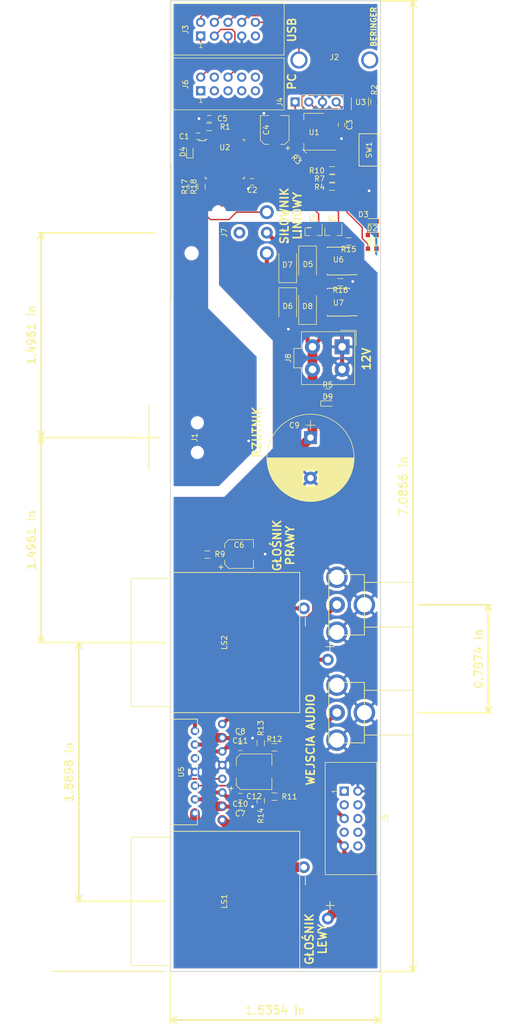
<source format=kicad_pcb>
(kicad_pcb (version 20171130) (host pcbnew "(5.0.0-rc2-dev-311-g1dd4af297)")
  (title_block (title resetUSB) (date 2018-02-14) (rev 1.0) (comment 1 "Projektant: Marek Piotrowski"))
  (layers (0 F.Cu signal) (31 B.Cu signal) (34 B.Paste user) (35 F.Paste user) (36 B.SilkS user) (37 F.SilkS user) (38 B.Mask user) (39 F.Mask user) (44 Edge.Cuts user))
  (net 0 "")
  (net 1 GND)
  (net 2 +5V)
  (net 3 +3V3)
  (net 4 +12V)
  (net 5 "Net-(D1-Pad2)")
  (net 6 "Net-(D2-Pad2)")
  (net 7 "Net-(D6-Pad2)")
  (net 8 /SWDIO)
  (net 9 /USB_P)
  (net 10 /USB_M)
  (net 11 "Net-(Q1-Pad1)")
  (net 12 "Net-(Q1-Pad3)")
  (net 13 "Net-(Q2-Pad3)")
  (net 14 "Net-(Q2-Pad1)")
  (net 15 /USB_PWR)
  (net 16 /SWCLK)
  (net 17 /M_IMP)
  (net 18 /RZUTNIK_VBUS)
  (net 19 /RZUTNIK_DP)
  (net 20 /RZUTNIK_DM)
  (net 21 /PC_PWR)
  (net 22 /PC_LED)
  (net 23 /M_IN1)
  (net 24 /M_IN2)
  (net 25 /LED_RED)
  (net 26 /LED_GREEN)
  (net 27 /LED_BLUE)
  (net 28 /PRZYCISK)
  (net 29 GNDA)
  (net 30 "Net-(C10-Pad2)")
  (net 31 "Net-(C10-Pad1)")
  (net 32 "Net-(LS1-Pad2)")
  (net 33 "Net-(LS1-Pad1)")
  (net 34 "Net-(LS2-Pad1)")
  (net 35 "Net-(LS2-Pad2)")
  (net 36 "Net-(C12-Pad1)")
  (net 37 "Net-(C5-Pad1)")
  (net 38 "Net-(C6-Pad1)")
  (net 39 "Net-(C11-Pad2)")
  (net 40 "Net-(C11-Pad1)")
  (net 41 "Net-(D3-Pad2)")
  (net 42 "Net-(D4-Pad1)")
  (net 43 "Net-(D5-Pad2)")
  (net 44 "Net-(J2-Pad5)")
  (net 45 "Net-(J2-Pad3)")
  (net 46 "Net-(J2-Pad4)")
  (net 47 "Net-(J2-Pad2)")
  (net 48 "Net-(J2-Pad1)")
  (net 49 "Net-(J3-Pad2)")
  (net 50 /OUT2_R)
  (net 51 /OUT2_L)
  (net 52 "Net-(D9-Pad2)")
  (module mpio:IDC10 (layer F.Cu) (at 144.2955 192.4905 270)
    (fp_text reference J5 (at 5.08 -7.62 270) (layer F.SilkS))
    (fp_text value Conn_02x05)
    (fp_text user 1 (at 0.02 1.72 270) (layer F.SilkS) (effects (font (thickness 0.12))))
    (pad 1 thru_hole rect (at 0 0 270) (size 1.7272 1.7272) (drill 1.016) (layers *.Cu *.Mask))
    (pad 2 thru_hole oval (at 0 -2.54 270) (size 1.7272 1.7272) (drill 1.016) (layers *.Cu *.Mask) (net 29 GNDA))
    (pad 3 thru_hole oval (at 2.54 0 270) (size 1.7272 1.7272) (drill 1.016) (layers *.Cu *.Mask))
    (pad 4 thru_hole oval (at 2.54 -2.54 270) (size 1.7272 1.7272) (drill 1.016) (layers *.Cu *.Mask))
    (pad 5 thru_hole oval (at 5.08 0 270) (size 1.7272 1.7272) (drill 1.016) (layers *.Cu *.Mask) (net 50 /OUT2_R))
    (pad 6 thru_hole oval (at 5.08 -2.54 270) (size 1.7272 1.7272) (drill 1.016) (layers *.Cu *.Mask))
    (pad 7 thru_hole oval (at 7.62 0 270) (size 1.7272 1.7272) (drill 1.016) (layers *.Cu *.Mask))
    (pad 8 thru_hole oval (at 7.62 -2.54 270) (size 1.7272 1.7272) (drill 1.016) (layers *.Cu *.Mask))
    (pad 9 thru_hole oval (at 10.16 0 270) (size 1.7272 1.7272) (drill 1.016) (layers *.Cu *.Mask) (net 51 /OUT2_L))
    (pad 10 thru_hole oval (at 10.16 -2.54 270) (size 1.7272 1.7272) (drill 1.016) (layers *.Cu *.Mask))
  )
  (module mpio:FC68391 (layer F.Cu) (at 148.0375 177.9325 90)
    (fp_text reference J9 (at 0 0.5 90) (layer F.SilkS))
    (fp_text value FC68391)
    (pad 2 thru_hole circle (at 5.1 -5.1 90) (size 4 4) (drill 2.8) (layers *.Cu *.Mask) (net 29 GNDA))
    (pad 2 thru_hole circle (at -5.1 -5.1 90) (size 4 4) (drill 2.8) (layers *.Cu *.Mask) (net 29 GNDA))
    (pad 1 thru_hole circle (at 0 -5.1 90) (size 3 3) (drill 1.6) (layers *.Cu *.Mask) (net 51 /OUT2_L))
    (pad 2 thru_hole circle (at 0 0 90) (size 4 4) (drill 2.8) (layers *.Cu *.Mask) (net 29 GNDA))
  )
  (module mpio:FC68391 (layer F.Cu) (at 148.0375 157.9325 90)
    (fp_text reference J10 (at 0 0.5 90) (layer F.SilkS))
    (fp_text value FC68391)
    (pad 2 thru_hole circle (at 5.1 -5.1 90) (size 4 4) (drill 2.8) (layers *.Cu *.Mask) (net 29 GNDA))
    (pad 2 thru_hole circle (at -5.1 -5.1 90) (size 4 4) (drill 2.8) (layers *.Cu *.Mask) (net 29 GNDA))
    (pad 1 thru_hole circle (at 0 -5.1 90) (size 3 3) (drill 1.6) (layers *.Cu *.Mask) (net 50 /OUT2_R))
    (pad 2 thru_hole circle (at 0 0 90) (size 4 4) (drill 2.8) (layers *.Cu *.Mask) (net 29 GNDA))
  )
  (module Resistors_SMD:R_0603 (layer F.Cu) (at 131.3415 193.5065 180)
    (fp_text reference R11 (at -2.794 0 180) (layer F.SilkS))
    (fp_text value 4K7)
    (pad 1 smd rect (at -0.75 0 180) (size 0.5 0.9) (layers F.Cu F.Paste F.Mask) (net 51 /OUT2_L))
    (pad 2 smd rect (at 0.75 0 180) (size 0.5 0.9) (layers F.Cu F.Paste F.Mask) (net 31 "Net-(C10-Pad1)"))
  )
  (module mpio:NLJ2MD-H (layer F.Cu) (at 112.0375 164.9325 270)
    (fp_text reference LS2 (at 0 -10 270) (layer F.SilkS))
    (fp_text value NLJ2MD-H)
    (fp_text user - (at -3.81 -24.892 270) (layer F.SilkS) (effects (font (size 2 2))))
    (fp_text user + (at 0.762 -29.464 270) (layer F.SilkS) (effects (font (size 2 2))))
    (pad 1 thru_hole circle (at 3.18 -29.21 270) (size 2.2 2.2) (drill 1.2) (layers *.Cu *.Mask) (net 34 "Net-(LS2-Pad1)"))
    (pad 2 thru_hole circle (at -6.35 -24.77 270) (size 2.2 2.2) (drill 1.2) (layers *.Cu *.Mask) (net 35 "Net-(LS2-Pad2)"))
  )
  (module Capacitors_SMD:C_0603 (layer F.Cu) (at 124.9915 184.3625 180)
    (fp_text reference C11 (at 0 1.2192 180) (layer F.SilkS))
    (fp_text value 0.47u)
    (pad 2 smd rect (at 0.75 0 180) (size 0.8 0.75) (layers F.Cu F.Paste F.Mask) (net 39 "Net-(C11-Pad2)"))
    (pad 1 smd rect (at -0.75 0 180) (size 0.8 0.75) (layers F.Cu F.Paste F.Mask) (net 40 "Net-(C11-Pad1)"))
  )
  (module Capacitors_SMD:C_0603 (layer F.Cu) (at 125.0035 193.5065 180)
    (fp_text reference C10 (at 0 -1.3462 180) (layer F.SilkS))
    (fp_text value 0.47u)
    (pad 1 smd rect (at -0.75 0 180) (size 0.8 0.75) (layers F.Cu F.Paste F.Mask) (net 31 "Net-(C10-Pad1)"))
    (pad 2 smd rect (at 0.75 0 180) (size 0.8 0.75) (layers F.Cu F.Paste F.Mask) (net 30 "Net-(C10-Pad2)"))
  )
  (module Diodes_SMD:D_SMA (layer F.Cu) (at 133.813 94.7962 90)
    (fp_text reference D7 (at -0.0948 -0.0585 180) (layer F.SilkS))
    (fp_text value US1D)
    (pad 2 smd rect (at 2 0 90) (size 2.5 1.8) (layers F.Cu F.Paste F.Mask) (net 29 GNDA))
    (pad 1 smd rect (at -2 0 90) (size 2.5 1.8) (layers F.Cu F.Paste F.Mask) (net 43 "Net-(D5-Pad2)"))
  )
  (module Diodes_SMD:D_SMA (layer F.Cu) (at 133.813 102.5432 270)
    (fp_text reference D8 (at 0.0313 -3.688) (layer F.SilkS))
    (fp_text value US1D)
    (pad 2 smd rect (at 2 0 270) (size 2.5 1.8) (layers F.Cu F.Paste F.Mask) (net 29 GNDA))
    (pad 1 smd rect (at -2 0 270) (size 2.5 1.8) (layers F.Cu F.Paste F.Mask) (net 7 "Net-(D6-Pad2)"))
  )
  (module Diodes_SMD:D_SMA (layer F.Cu) (at 137.496 102.5432 90)
    (fp_text reference D6 (at 0 -3.678 180) (layer F.SilkS))
    (fp_text value US1D)
    (pad 1 smd rect (at -2 0 90) (size 2.5 1.8) (layers F.Cu F.Paste F.Mask) (net 4 +12V))
    (pad 2 smd rect (at 2 0 90) (size 2.5 1.8) (layers F.Cu F.Paste F.Mask) (net 7 "Net-(D6-Pad2)"))
  )
  (module mpio:SOIC-8_3.9x4.9mm_Pitch1.27mm (layer F.Cu) (at 143.2237 101.8146 180)
    (fp_text reference U7 (at 0 -0.1179 180) (layer F.SilkS))
    (fp_text value AO4616)
    (pad 1 smd rect (at -2.7 -1.905 180) (size 1.55 0.6) (layers F.Cu F.Paste F.Mask) (net 29 GNDA))
    (pad 2 smd rect (at -2.7 -0.635 180) (size 1.55 0.6) (layers F.Cu F.Paste F.Mask) (net 13 "Net-(Q2-Pad3)"))
    (pad 3 smd rect (at -2.7 0.635 180) (size 1.55 0.6) (layers F.Cu F.Paste F.Mask) (net 4 +12V))
    (pad 4 smd rect (at -2.7 1.905 180) (size 1.55 0.6) (layers F.Cu F.Paste F.Mask) (net 13 "Net-(Q2-Pad3)"))
    (pad 5 smd rect (at 2.7 1.905 180) (size 1.55 0.6) (layers F.Cu F.Paste F.Mask) (net 7 "Net-(D6-Pad2)"))
    (pad 6 smd rect (at 2.7 0.635 180) (size 1.55 0.6) (layers F.Cu F.Paste F.Mask) (net 7 "Net-(D6-Pad2)"))
    (pad 7 smd rect (at 2.7 -0.635 180) (size 1.55 0.6) (layers F.Cu F.Paste F.Mask) (net 7 "Net-(D6-Pad2)"))
    (pad 8 smd rect (at 2.7 -1.905 180) (size 1.55 0.6) (layers F.Cu F.Paste F.Mask) (net 7 "Net-(D6-Pad2)"))
  )
  (module TO_SOT_Packages_SMD:SOT-23 (layer F.Cu) (at 138.6035 88.702 270)
    (fp_text reference Q1 (at -2.3835 -0.104) (layer F.SilkS))
    (fp_text value BC817)
    (pad 3 smd rect (at 1 0 270) (size 0.9 0.8) (layers F.Cu F.Paste F.Mask) (net 12 "Net-(Q1-Pad3)"))
    (pad 2 smd rect (at -1 0.95 270) (size 0.9 0.8) (layers F.Cu F.Paste F.Mask) (net 29 GNDA))
    (pad 1 smd rect (at -1 -0.95 270) (size 0.9 0.8) (layers F.Cu F.Paste F.Mask) (net 11 "Net-(Q1-Pad1)"))
  )
  (module Diodes_SMD:D_SMA (layer F.Cu) (at 137.496 94.7962 270)
    (fp_text reference D5 (at 0 -0.0685) (layer F.SilkS))
    (fp_text value US1D)
    (pad 1 smd rect (at -2 0 270) (size 2.5 1.8) (layers F.Cu F.Paste F.Mask) (net 4 +12V))
    (pad 2 smd rect (at 2 0 270) (size 2.5 1.8) (layers F.Cu F.Paste F.Mask) (net 43 "Net-(D5-Pad2)"))
  )
  (module TO_SOT_Packages_SMD:SOT-23 (layer F.Cu) (at 142.2865 88.702 270)
    (fp_text reference Q2 (at -2.3835 0.023) (layer F.SilkS))
    (fp_text value BC817)
    (pad 3 smd rect (at 1 0 270) (size 0.9 0.8) (layers F.Cu F.Paste F.Mask) (net 13 "Net-(Q2-Pad3)"))
    (pad 2 smd rect (at -1 0.95 270) (size 0.9 0.8) (layers F.Cu F.Paste F.Mask) (net 29 GNDA))
    (pad 1 smd rect (at -1 -0.95 270) (size 0.9 0.8) (layers F.Cu F.Paste F.Mask) (net 14 "Net-(Q2-Pad1)"))
  )
  (module Resistors_SMD:R_0603 (layer F.Cu) (at 142.0603 77.3523 180)
    (fp_text reference R10 (at 2.8448 -0.0762 180) (layer F.SilkS))
    (fp_text value 33K)
    (pad 1 smd rect (at -0.75 0 180) (size 0.5 0.9) (layers F.Cu F.Paste F.Mask) (net 41 "Net-(D3-Pad2)"))
    (pad 2 smd rect (at 0.75 0 180) (size 0.5 0.9) (layers F.Cu F.Paste F.Mask) (net 27 /LED_BLUE))
  )
  (module mpio:SOIC-8_3.9x4.9mm_Pitch1.27mm (layer F.Cu) (at 143.2237 94.1946 180)
    (fp_text reference U6 (at 0 0.2621 180) (layer F.SilkS))
    (fp_text value AO4616)
    (pad 1 smd rect (at -2.7 -1.905 180) (size 1.55 0.6) (layers F.Cu F.Paste F.Mask) (net 29 GNDA))
    (pad 2 smd rect (at -2.7 -0.635 180) (size 1.55 0.6) (layers F.Cu F.Paste F.Mask) (net 12 "Net-(Q1-Pad3)"))
    (pad 3 smd rect (at -2.7 0.635 180) (size 1.55 0.6) (layers F.Cu F.Paste F.Mask) (net 4 +12V))
    (pad 4 smd rect (at -2.7 1.905 180) (size 1.55 0.6) (layers F.Cu F.Paste F.Mask) (net 12 "Net-(Q1-Pad3)"))
    (pad 5 smd rect (at 2.7 1.905 180) (size 1.55 0.6) (layers F.Cu F.Paste F.Mask) (net 43 "Net-(D5-Pad2)"))
    (pad 6 smd rect (at 2.7 0.635 180) (size 1.55 0.6) (layers F.Cu F.Paste F.Mask) (net 43 "Net-(D5-Pad2)"))
    (pad 7 smd rect (at 2.7 -0.635 180) (size 1.55 0.6) (layers F.Cu F.Paste F.Mask) (net 43 "Net-(D5-Pad2)"))
    (pad 8 smd rect (at 2.7 -1.905 180) (size 1.55 0.6) (layers F.Cu F.Paste F.Mask) (net 43 "Net-(D5-Pad2)"))
  )
  (module mpio:Molex_MiniFit-JR-5556-04A_2x02x4.20mm_Straight (layer F.Cu) (at 143.9015 110.0935 270)
    (fp_text reference J8 (at 2.1 10 270) (layer F.SilkS))
    (fp_text value "Mini-Fit Jr; 4,2mm")
    (pad 1 thru_hole rect (at 0 0 270) (size 2.8 2.8) (drill 1.4) (layers *.Cu *.Mask) (net 29 GNDA))
    (pad 2 thru_hole circle (at 4.2 0 270) (size 2.8 2.8) (drill 1.4) (layers *.Cu *.Mask) (net 29 GNDA))
    (pad 3 thru_hole circle (at 0 5.5 270) (size 2.8 2.8) (drill 1.4) (layers *.Cu *.Mask) (net 4 +12V))
    (pad 4 thru_hole circle (at 4.2 5.5 270) (size 2.8 2.8) (drill 1.4) (layers *.Cu *.Mask) (net 4 +12V))
  )
  (module mpio:AC3MAH-AU-PRE (layer F.Cu) (at 121.0375 88.9325 90)
    (fp_text reference J7 (at 0 1 90) (layer F.SilkS))
    (fp_text value AC3MAH-AU-PRE)
    (pad "" np_thru_hole circle (at -3.81 -5.08 90) (size 1.6 1.6) (drill 1.6) (layers *.Cu *.Mask))
    (pad "" np_thru_hole circle (at 3.81 0 90) (size 1.6 1.6) (drill 1.6) (layers *.Cu *.Mask))
    (pad 4 thru_hole circle (at 0 3.81 90) (size 2.2 2.2) (drill 1.2) (layers *.Cu *.Mask))
    (pad 3 thru_hole circle (at 0 8.89 90) (size 2.2 2.2) (drill 1.2) (layers *.Cu *.Mask) (net 43 "Net-(D5-Pad2)"))
    (pad 2 thru_hole circle (at -3.81 8.89 90) (size 2.6 2.6) (drill 1.6) (layers *.Cu *.Mask) (net 7 "Net-(D6-Pad2)"))
    (pad 1 thru_hole circle (at 3.81 8.89 90) (size 2.6 2.6) (drill 1.6) (layers *.Cu *.Mask) (net 42 "Net-(D4-Pad1)"))
  )
  (module Housings_QFP:LQFP-32_7x7mm_Pitch0.8mm (layer F.Cu) (at 122.130272 75.273643)
    (fp_text reference U2 (at 0 -2.163143) (layer F.SilkS))
    (fp_text value STM32F042K6Tx)
    (pad 1 smd rect (at -4.25 -2.8) (size 1.2 0.6) (layers F.Cu F.Paste F.Mask) (net 3 +3V3))
    (pad 2 smd rect (at -4.25 -2) (size 1.2 0.6) (layers F.Cu F.Paste F.Mask) (net 17 /M_IMP))
    (pad 3 smd rect (at -4.25 -1.2) (size 1.2 0.6) (layers F.Cu F.Paste F.Mask))
    (pad 4 smd rect (at -4.25 -0.4) (size 1.2 0.6) (layers F.Cu F.Paste F.Mask))
    (pad 5 smd rect (at -4.25 0.4) (size 1.2 0.6) (layers F.Cu F.Paste F.Mask) (net 3 +3V3))
    (pad 6 smd rect (at -4.25 1.2) (size 1.2 0.6) (layers F.Cu F.Paste F.Mask) (net 23 /M_IN1))
    (pad 7 smd rect (at -4.25 2) (size 1.2 0.6) (layers F.Cu F.Paste F.Mask) (net 24 /M_IN2))
    (pad 8 smd rect (at -4.25 2.8) (size 1.2 0.6) (layers F.Cu F.Paste F.Mask))
    (pad 9 smd rect (at -2.8 4.25 90) (size 1.2 0.6) (layers F.Cu F.Paste F.Mask) (net 25 /LED_RED))
    (pad 10 smd rect (at -2 4.25 90) (size 1.2 0.6) (layers F.Cu F.Paste F.Mask) (net 26 /LED_GREEN))
    (pad 11 smd rect (at -1.2 4.25 90) (size 1.2 0.6) (layers F.Cu F.Paste F.Mask) (net 27 /LED_BLUE))
    (pad 12 smd rect (at -0.4 4.25 90) (size 1.2 0.6) (layers F.Cu F.Paste F.Mask))
    (pad 13 smd rect (at 0.4 4.25 90) (size 1.2 0.6) (layers F.Cu F.Paste F.Mask))
    (pad 14 smd rect (at 1.2 4.25 90) (size 1.2 0.6) (layers F.Cu F.Paste F.Mask))
    (pad 15 smd rect (at 2 4.25 90) (size 1.2 0.6) (layers F.Cu F.Paste F.Mask))
    (pad 16 smd rect (at 2.8 4.25 90) (size 1.2 0.6) (layers F.Cu F.Paste F.Mask) (net 1 GND))
    (pad 17 smd rect (at 4.25 2.8) (size 1.2 0.6) (layers F.Cu F.Paste F.Mask) (net 3 +3V3))
    (pad 18 smd rect (at 4.25 2) (size 1.2 0.6) (layers F.Cu F.Paste F.Mask))
    (pad 19 smd rect (at 4.25 1.2) (size 1.2 0.6) (layers F.Cu F.Paste F.Mask) (net 28 /PRZYCISK))
    (pad 20 smd rect (at 4.25 0.4) (size 1.2 0.6) (layers F.Cu F.Paste F.Mask) (net 15 /USB_PWR))
    (pad 21 smd rect (at 4.25 -0.4) (size 1.2 0.6) (layers F.Cu F.Paste F.Mask) (net 10 /USB_M))
    (pad 22 smd rect (at 4.25 -1.2) (size 1.2 0.6) (layers F.Cu F.Paste F.Mask) (net 9 /USB_P))
    (pad 23 smd rect (at 4.25 -2) (size 1.2 0.6) (layers F.Cu F.Paste F.Mask) (net 8 /SWDIO))
    (pad 24 smd rect (at 4.25 -2.8) (size 1.2 0.6) (layers F.Cu F.Paste F.Mask) (net 16 /SWCLK))
    (pad 25 smd rect (at 2.8 -4.25 90) (size 1.2 0.6) (layers F.Cu F.Paste F.Mask) (net 22 /PC_LED))
    (pad 26 smd rect (at 2 -4.25 90) (size 1.2 0.6) (layers F.Cu F.Paste F.Mask) (net 21 /PC_PWR))
    (pad 27 smd rect (at 1.2 -4.25 90) (size 1.2 0.6) (layers F.Cu F.Paste F.Mask))
    (pad 28 smd rect (at 0.4 -4.25 90) (size 1.2 0.6) (layers F.Cu F.Paste F.Mask) (net 19 /RZUTNIK_DP))
    (pad 29 smd rect (at -0.4 -4.25 90) (size 1.2 0.6) (layers F.Cu F.Paste F.Mask) (net 20 /RZUTNIK_DM))
    (pad 30 smd rect (at -1.2 -4.25 90) (size 1.2 0.6) (layers F.Cu F.Paste F.Mask) (net 18 /RZUTNIK_VBUS))
    (pad 31 smd rect (at -2 -4.25 90) (size 1.2 0.6) (layers F.Cu F.Paste F.Mask) (net 37 "Net-(C5-Pad1)"))
    (pad 32 smd rect (at -2.8 -4.25 90) (size 1.2 0.6) (layers F.Cu F.Paste F.Mask) (net 1 GND))
  )
  (module Resistors_SMD:R_0603 (layer F.Cu) (at 131.3415 184.3625 180)
    (fp_text reference R12 (at 0 1.524 180) (layer F.SilkS))
    (fp_text value 4K7)
    (pad 2 smd rect (at 0.75 0 180) (size 0.5 0.9) (layers F.Cu F.Paste F.Mask) (net 40 "Net-(C11-Pad1)"))
    (pad 1 smd rect (at -0.75 0 180) (size 0.5 0.9) (layers F.Cu F.Paste F.Mask) (net 50 /OUT2_R))
  )
  (module Resistors_SMD:R_0603 (layer F.Cu) (at 119.225376 69.325202)
    (fp_text reference R1 (at 2.972124 -0.024702) (layer F.SilkS))
    (fp_text value 100K)
    (pad 2 smd rect (at 0.75 0) (size 0.5 0.9) (layers F.Cu F.Paste F.Mask) (net 37 "Net-(C5-Pad1)"))
    (pad 1 smd rect (at -0.75 0) (size 0.5 0.9) (layers F.Cu F.Paste F.Mask) (net 1 GND))
  )
  (module Capacitors_SMD:C_0603 (layer F.Cu) (at 117.191131 71.052923)
    (fp_text reference C1 (at -2.613631 0.025577) (layer F.SilkS))
    (fp_text value 100n)
    (pad 1 smd rect (at -0.75 0) (size 0.8 0.75) (layers F.Cu F.Paste F.Mask) (net 3 +3V3))
    (pad 2 smd rect (at 0.75 0) (size 0.8 0.75) (layers F.Cu F.Paste F.Mask) (net 1 GND))
  )
  (module Capacitors_SMD:C_0603 (layer F.Cu) (at 119.237376 67.801202 180)
    (fp_text reference C5 (at -2.452124 0.024702 180) (layer F.SilkS))
    (fp_text value 100n)
    (pad 1 smd rect (at -0.75 0 180) (size 0.8 0.75) (layers F.Cu F.Paste F.Mask) (net 37 "Net-(C5-Pad1)"))
    (pad 2 smd rect (at 0.75 0 180) (size 0.8 0.75) (layers F.Cu F.Paste F.Mask) (net 1 GND))
  )
  (module mpio:USB-A_SMD (layer F.Cu) (at 142.4675 56.9055 180)
    (fp_text reference J2 (at 0 0.5 180) (layer F.SilkS))
    (fp_text value TUEA4F2SOBHT)
    (pad 5 thru_hole circle (at -6.57 0 180) (size 3.2 3.2) (drill 2.3) (layers *.Cu *.Mask) (net 44 "Net-(J2-Pad5)"))
    (pad 5 thru_hole circle (at 6.57 0 180) (size 3.2 3.2) (drill 2.3) (layers *.Cu *.Mask) (net 44 "Net-(J2-Pad5)"))
    (pad 3 smd rect (at 1 -4.21 180) (size 1 3) (layers F.Cu F.Paste F.Mask) (net 45 "Net-(J2-Pad3)"))
    (pad 4 smd rect (at 3.5 -4.21 180) (size 1 3) (layers F.Cu F.Paste F.Mask) (net 46 "Net-(J2-Pad4)"))
    (pad 2 smd rect (at -1 -4.21 180) (size 1 3) (layers F.Cu F.Paste F.Mask) (net 47 "Net-(J2-Pad2)"))
    (pad 1 smd rect (at -3.5 -4.21 180) (size 1 3) (layers F.Cu F.Paste F.Mask) (net 48 "Net-(J2-Pad1)"))
  )
  (module Capacitors_SMD:C_0603 (layer F.Cu) (at 124.9915 182.6505)
    (fp_text reference C8 (at 0 -1.2446) (layer F.SilkS))
    (fp_text value 100n)
    (pad 2 smd rect (at 0.75 0) (size 0.8 0.75) (layers F.Cu F.Paste F.Mask) (net 29 GNDA))
    (pad 1 smd rect (at -0.75 0) (size 0.8 0.75) (layers F.Cu F.Paste F.Mask) (net 4 +12V))
  )
  (module Capacitors_THT:CP_Radial_D16.0mm_P7.50mm (layer F.Cu) (at 138.0375 126.9325 270)
    (fp_text reference C9 (at -2.28 3) (layer F.SilkS))
    (fp_text value 4700u)
    (pad 1 thru_hole rect (at 0 0 270) (size 2.4 2.4) (drill 1.2) (layers *.Cu *.Mask) (net 4 +12V))
    (pad 2 thru_hole circle (at 7.5 0 270) (size 2.4 2.4) (drill 1.2) (layers *.Cu *.Mask) (net 29 GNDA))
  )
  (module mpio:NLJ2MD-H (layer F.Cu) (at 112.0375 212.9325 270)
    (fp_text reference LS1 (at 0 -10 270) (layer F.SilkS))
    (fp_text value NLJ2MD-H)
    (fp_text user + (at 0.762 -29.464 270) (layer F.SilkS) (effects (font (size 2 2))))
    (fp_text user - (at -3.81 -24.892 270) (layer F.SilkS) (effects (font (size 2 2))))
    (pad 2 thru_hole circle (at -6.35 -24.77 270) (size 2.2 2.2) (drill 1.2) (layers *.Cu *.Mask) (net 32 "Net-(LS1-Pad2)"))
    (pad 1 thru_hole circle (at 3.18 -29.21 270) (size 2.2 2.2) (drill 1.2) (layers *.Cu *.Mask) (net 33 "Net-(LS1-Pad1)"))
  )
  (module Capacitors_SMD:C_0603 (layer F.Cu) (at 143.786359 68.940041 270)
    (fp_text reference C3 (at 0 -1.5 270) (layer F.SilkS))
    (fp_text value 100n)
    (pad 1 smd rect (at -0.75 0 270) (size 0.8 0.75) (layers F.Cu F.Paste F.Mask) (net 2 +5V))
    (pad 2 smd rect (at 0.75 0 270) (size 0.8 0.75) (layers F.Cu F.Paste F.Mask) (net 1 GND))
  )
  (module Capacitors_SMD:CP_Elec_5x5.3 (layer F.Cu) (at 131.4183 69.8751 90)
    (fp_text reference C4 (at 0 -1.6008 90) (layer F.SilkS))
    (fp_text value 10u)
    (fp_text user + (at -3.38 2.34 90) (layer F.SilkS))
    (pad 2 smd rect (at 2.2 0 270) (size 3 1.6) (layers F.Cu F.Paste F.Mask) (net 1 GND))
    (pad 1 smd rect (at -2.2 0 270) (size 3 1.6) (layers F.Cu F.Paste F.Mask) (net 3 +3V3))
  )
  (module TO_SOT_Packages_SMD:SOT-223-3_TabPin2 (layer F.Cu) (at 138.706359 70.210041 180)
    (fp_text reference U1 (at 0 -0.106459 180) (layer F.SilkS))
    (fp_text value LD1117S33TR)
    (pad 1 smd rect (at -3.15 -2.3 180) (size 2 1.5) (layers F.Cu F.Paste F.Mask) (net 1 GND))
    (pad 3 smd rect (at -3.15 2.3 180) (size 2 1.5) (layers F.Cu F.Paste F.Mask) (net 2 +5V))
    (pad 2 smd rect (at -3.15 0 180) (size 2 1.5) (layers F.Cu F.Paste F.Mask) (net 3 +3V3))
    (pad 2 smd rect (at 3.15 0 180) (size 2 3.8) (layers F.Cu F.Paste F.Mask) (net 3 +3V3))
  )
  (module mpio:SW_3x6_1,6x7,4 (layer F.Cu) (at 148.8935 73.5835 90)
    (fp_text reference SW1 (at 0 0 90) (layer F.SilkS))
    (fp_text value "TACTM-34N-F " hide)
    (pad 2 smd rect (at 3.7 0 90) (size 2.18 1.6) (layers F.Cu F.Paste F.Mask) (net 28 /PRZYCISK))
    (pad 1 smd rect (at -3.7 0 90) (size 2.18 1.6) (layers F.Cu F.Paste F.Mask) (net 1 GND))
  )
  (module Capacitors_SMD:C_0603 (layer F.Cu) (at 127.210127 79.513456 180)
    (fp_text reference C2 (at 0 -1.5 180) (layer F.SilkS))
    (fp_text value 100n)
    (pad 1 smd rect (at -0.75 0 180) (size 0.8 0.75) (layers F.Cu F.Paste F.Mask) (net 3 +3V3))
    (pad 2 smd rect (at 0.75 0 180) (size 0.8 0.75) (layers F.Cu F.Paste F.Mask) (net 1 GND))
  )
  (module Resistors_SMD:R_0603 (layer F.Cu) (at 136.4475 74.3455 135)
    (fp_text reference R3 (at 0 -1.45 135) (layer F.SilkS))
    (fp_text value 100K)
    (pad 2 smd rect (at 0.75 0 135) (size 0.5 0.9) (layers F.Cu F.Paste F.Mask) (net 3 +3V3))
    (pad 1 smd rect (at -0.75 0 135) (size 0.5 0.9) (layers F.Cu F.Paste F.Mask) (net 8 /SWDIO))
  )
  (module Resistors_SMD:R_0603 (layer F.Cu) (at 128.8015 183.6005 90)
    (fp_text reference R13 (at 2.794 0 90) (layer F.SilkS))
    (fp_text value 10K)
    (pad 2 smd rect (at 0.75 0 90) (size 0.5 0.9) (layers F.Cu F.Paste F.Mask) (net 29 GNDA))
    (pad 1 smd rect (at -0.75 0 90) (size 0.5 0.9) (layers F.Cu F.Paste F.Mask) (net 40 "Net-(C11-Pad1)"))
  )
  (module Diodes_SMD:D_SOD-523 (layer F.Cu) (at 115.6335 73.9235 90)
    (fp_text reference D4 (at 0 -1.3 90) (layer F.SilkS))
    (fp_text value 1PS79SB70)
    (pad 1 smd rect (at -0.7 0 270) (size 0.6 0.7) (layers F.Cu F.Paste F.Mask) (net 42 "Net-(D4-Pad1)"))
    (pad 2 smd rect (at 0.7 0 270) (size 0.6 0.7) (layers F.Cu F.Paste F.Mask) (net 17 /M_IMP))
  )
  (module LEDs:LED_0603 (layer F.Cu) (at 149.484 91.8985 180)
    (fp_text reference D1 (at 0 1.262 180) (layer F.SilkS))
    (fp_text value RED)
    (pad 1 smd rect (at -0.8 0) (size 0.8 0.8) (layers F.Cu F.Paste F.Mask) (net 1 GND))
    (pad 2 smd rect (at 0.8 0) (size 0.8 0.8) (layers F.Cu F.Paste F.Mask) (net 5 "Net-(D1-Pad2)"))
  )
  (module LEDs:LED_0603 (layer F.Cu) (at 149.484 89.3585 180)
    (fp_text reference D2 (at 0 1.262 180) (layer F.SilkS))
    (fp_text value GREEN)
    (pad 1 smd rect (at -0.8 0) (size 0.8 0.8) (layers F.Cu F.Paste F.Mask) (net 1 GND))
    (pad 2 smd rect (at 0.8 0) (size 0.8 0.8) (layers F.Cu F.Paste F.Mask) (net 6 "Net-(D2-Pad2)"))
  )
  (module LEDs:LED_0603 (layer F.Cu) (at 149.484 86.8185 180)
    (fp_text reference D3 (at 1.6325 1.262 180) (layer F.SilkS))
    (fp_text value BLUE)
    (pad 1 smd rect (at -0.8 0) (size 0.8 0.8) (layers F.Cu F.Paste F.Mask) (net 1 GND))
    (pad 2 smd rect (at 0.8 0) (size 0.8 0.8) (layers F.Cu F.Paste F.Mask) (net 41 "Net-(D3-Pad2)"))
  )
  (module mpio:USB-B_SMD (layer F.Cu) (at 117.0375 126.9325 270)
    (fp_text reference J1 (at 0 0.5 270) (layer F.SilkS))
    (fp_text value USBB-G-SMD)
    (pad 1 smd rect (at 1.875 -7 270) (size 0.7 3) (layers F.Cu F.Paste F.Mask) (net 18 /RZUTNIK_VBUS))
    (pad 3 smd rect (at -1.875 -7 270) (size 0.7 3) (layers F.Cu F.Paste F.Mask) (net 19 /RZUTNIK_DP))
    (pad 4 smd rect (at 0.625 -7 270) (size 0.7 3) (layers F.Cu F.Paste F.Mask) (net 1 GND))
    (pad 2 smd rect (at -0.625 -7 270) (size 0.7 3) (layers F.Cu F.Paste F.Mask) (net 20 /RZUTNIK_DM))
    (pad 5 smd rect (at 6.8 0 270) (size 3.4 6.04) (drill (offset 0 -0.58)) (layers F.Cu F.Paste F.Mask) (net 1 GND))
    (pad 5 smd rect (at -6.8 0 270) (size 3.4 6.04) (drill (offset 0 -0.58)) (layers F.Cu F.Paste F.Mask) (net 1 GND))
    (pad "" np_thru_hole circle (at 2.75 0 270) (size 1.4 1.4) (drill 1.4) (layers *.Cu *.Mask))
    (pad "" np_thru_hole circle (at -2.75 0 270) (size 1.4 1.4) (drill 1.4) (layers *.Cu *.Mask))
  )
  (module Resistors_SMD:R_0603 (layer F.Cu) (at 149.9095 64.6935 270)
    (fp_text reference R2 (at -2.251 0.026 270) (layer F.SilkS))
    (fp_text value 100K)
    (pad 2 smd rect (at 0.75 0 270) (size 0.5 0.9) (layers F.Cu F.Paste F.Mask) (net 15 /USB_PWR))
    (pad 1 smd rect (at -0.75 0 270) (size 0.5 0.9) (layers F.Cu F.Paste F.Mask) (net 49 "Net-(J3-Pad2)"))
  )
  (module mpio:IDC10 (layer F.Cu) (at 117.6515 52.4615)
    (fp_text reference J3 (at -2.82 -1.195 90) (layer F.SilkS))
    (fp_text value Conn_02x05)
    (fp_text user 1 (at 0.02 1.72) (layer F.SilkS) (effects (font (thickness 0.12))))
    (pad 1 thru_hole rect (at 0 0) (size 1.7272 1.7272) (drill 1.016) (layers *.Cu *.Mask) (net 2 +5V))
    (pad 2 thru_hole oval (at 0 -2.54) (size 1.7272 1.7272) (drill 1.016) (layers *.Cu *.Mask) (net 49 "Net-(J3-Pad2)"))
    (pad 3 thru_hole oval (at 2.54 0) (size 1.7272 1.7272) (drill 1.016) (layers *.Cu *.Mask) (net 10 /USB_M))
    (pad 4 thru_hole oval (at 2.54 -2.54) (size 1.7272 1.7272) (drill 1.016) (layers *.Cu *.Mask) (net 47 "Net-(J2-Pad2)"))
    (pad 5 thru_hole oval (at 5.08 0) (size 1.7272 1.7272) (drill 1.016) (layers *.Cu *.Mask) (net 9 /USB_P))
    (pad 6 thru_hole oval (at 5.08 -2.54) (size 1.7272 1.7272) (drill 1.016) (layers *.Cu *.Mask) (net 45 "Net-(J2-Pad3)"))
    (pad 7 thru_hole oval (at 7.62 0) (size 1.7272 1.7272) (drill 1.016) (layers *.Cu *.Mask) (net 1 GND))
    (pad 8 thru_hole oval (at 7.62 -2.54) (size 1.7272 1.7272) (drill 1.016) (layers *.Cu *.Mask) (net 46 "Net-(J2-Pad4)"))
    (pad 9 thru_hole oval (at 10.16 0) (size 1.7272 1.7272) (drill 1.016) (layers *.Cu *.Mask))
    (pad 10 thru_hole oval (at 10.16 -2.54) (size 1.7272 1.7272) (drill 1.016) (layers *.Cu *.Mask) (net 44 "Net-(J2-Pad5)"))
  )
  (module mpio:IDC10 (layer F.Cu) (at 117.6515 62.6215)
    (fp_text reference J6 (at -2.82 -1.195 90) (layer F.SilkS))
    (fp_text value Conn_02x05)
    (fp_text user 1 (at 0.02 1.72) (layer F.SilkS) (effects (font (thickness 0.12))))
    (pad 10 thru_hole oval (at 10.16 -2.54) (size 1.7272 1.7272) (drill 1.016) (layers *.Cu *.Mask))
    (pad 9 thru_hole oval (at 10.16 0) (size 1.7272 1.7272) (drill 1.016) (layers *.Cu *.Mask))
    (pad 8 thru_hole oval (at 7.62 -2.54) (size 1.7272 1.7272) (drill 1.016) (layers *.Cu *.Mask))
    (pad 7 thru_hole oval (at 7.62 0) (size 1.7272 1.7272) (drill 1.016) (layers *.Cu *.Mask))
    (pad 6 thru_hole oval (at 5.08 -2.54) (size 1.7272 1.7272) (drill 1.016) (layers *.Cu *.Mask) (net 21 /PC_PWR))
    (pad 5 thru_hole oval (at 5.08 0) (size 1.7272 1.7272) (drill 1.016) (layers *.Cu *.Mask))
    (pad 4 thru_hole oval (at 2.54 -2.54) (size 1.7272 1.7272) (drill 1.016) (layers *.Cu *.Mask))
    (pad 3 thru_hole oval (at 2.54 0) (size 1.7272 1.7272) (drill 1.016) (layers *.Cu *.Mask))
    (pad 2 thru_hole oval (at 0 -2.54) (size 1.7272 1.7272) (drill 1.016) (layers *.Cu *.Mask) (net 22 /PC_LED))
    (pad 1 thru_hole rect (at 0 0) (size 1.7272 1.7272) (drill 1.016) (layers *.Cu *.Mask))
  )
  (module Pin_Headers:Pin_Header_Straight_1x04_Pitch2.54mm (layer F.Cu) (at 135.1775 64.6935 90)
    (fp_text reference J4 (at 0 -2.82 270) (layer F.SilkS))
    (fp_text value SWD_4pin)
    (pad 4 thru_hole oval (at 0 7.62 90) (size 1.7 1.7) (drill 1) (layers *.Cu *.Mask) (net 8 /SWDIO))
    (pad 3 thru_hole oval (at 0 5.08 90) (size 1.7 1.7) (drill 1) (layers *.Cu *.Mask) (net 1 GND))
    (pad 2 thru_hole oval (at 0 2.54 90) (size 1.7 1.7) (drill 1) (layers *.Cu *.Mask) (net 16 /SWCLK))
    (pad 1 thru_hole rect (at 0 0 90) (size 1.7 1.7) (drill 1) (layers *.Cu *.Mask) (net 3 +3V3))
  )
  (module mpio:TSOP-6_1.65x3.05mm_Pitch0.95mm (layer F.Cu) (at 147.2044 64.6568 90)
    (fp_text reference U3 (at -0.0717 0.1391 180) (layer F.SilkS))
    (fp_text value IRLTS2242)
    (pad 6 smd rect (at 1.16 -0.95 90) (size 0.7 0.51) (layers F.Cu F.Paste F.Mask) (net 48 "Net-(J2-Pad1)"))
    (pad 5 smd rect (at 1.16 0 90) (size 0.7 0.51) (layers F.Cu F.Paste F.Mask) (net 48 "Net-(J2-Pad1)"))
    (pad 4 smd rect (at 1.16 0.95 90) (size 0.7 0.51) (layers F.Cu F.Paste F.Mask) (net 49 "Net-(J3-Pad2)"))
    (pad 3 smd rect (at -1.16 0.95 90) (size 0.7 0.51) (layers F.Cu F.Paste F.Mask) (net 15 /USB_PWR))
    (pad 2 smd rect (at -1.16 0 90) (size 0.7 0.51) (layers F.Cu F.Paste F.Mask) (net 48 "Net-(J2-Pad1)"))
    (pad 1 smd rect (at -1.16 -0.95 90) (size 0.7 0.51) (layers F.Cu F.Paste F.Mask) (net 48 "Net-(J2-Pad1)"))
  )
  (module Capacitors_SMD:CP_Elec_5x5.3 (layer F.Cu) (at 124.7775 148.5385)
    (fp_text reference C6 (at 0 -1.702) (layer F.SilkS))
    (fp_text value 10u)
    (fp_text user + (at -3.38 2.34) (layer F.SilkS))
    (pad 2 smd rect (at 2.2 0 180) (size 3 1.6) (layers F.Cu F.Paste F.Mask) (net 29 GNDA))
    (pad 1 smd rect (at -2.2 0 180) (size 3 1.6) (layers F.Cu F.Paste F.Mask) (net 38 "Net-(C6-Pad1)"))
  )
  (module Resistors_SMD:R_0603 (layer F.Cu) (at 142.0603 78.8763 180)
    (fp_text reference R7 (at 2.3368 -0.0562 180) (layer F.SilkS))
    (fp_text value 6K8)
    (pad 1 smd rect (at -0.75 0 180) (size 0.5 0.9) (layers F.Cu F.Paste F.Mask) (net 6 "Net-(D2-Pad2)"))
    (pad 2 smd rect (at 0.75 0 180) (size 0.5 0.9) (layers F.Cu F.Paste F.Mask) (net 26 /LED_GREEN))
  )
  (module mpio:MULTIWATT15 (layer F.Cu) (at 112.0375 188.9325 90)
    (fp_text reference U5 (at 0 2 90) (layer F.SilkS))
    (fp_text value TDA7375)
    (pad 8 thru_hole circle (at 0 4.55 90) (size 1.6 1.6) (drill 0.9) (layers *.Cu *.Mask) (net 29 GNDA))
    (pad 6 thru_hole circle (at -2.54 4.55 90) (size 1.6 1.6) (drill 0.9) (layers *.Cu *.Mask) (net 36 "Net-(C12-Pad1)"))
    (pad 4 thru_hole circle (at -5.08 4.55 90) (size 1.6 1.6) (drill 0.9) (layers *.Cu *.Mask) (net 30 "Net-(C10-Pad2)"))
    (pad 2 thru_hole circle (at -7.62 4.55 90) (size 1.6 1.6) (drill 0.9) (layers *.Cu *.Mask) (net 32 "Net-(LS1-Pad2)"))
    (pad 10 thru_hole circle (at 2.54 4.55 90) (size 1.6 1.6) (drill 0.9) (layers *.Cu *.Mask))
    (pad 12 thru_hole circle (at 5.08 4.55 90) (size 1.6 1.6) (drill 0.9) (layers *.Cu *.Mask) (net 39 "Net-(C11-Pad2)"))
    (pad 14 thru_hole circle (at 7.62 4.55 90) (size 1.6 1.6) (drill 0.9) (layers *.Cu *.Mask) (net 35 "Net-(LS2-Pad2)"))
    (pad 1 thru_hole circle (at -8.89 9.63 90) (size 1.6 1.6) (drill 0.9) (layers *.Cu *.Mask) (net 33 "Net-(LS1-Pad1)"))
    (pad 3 thru_hole circle (at -6.35 9.63 90) (size 1.6 1.6) (drill 0.9) (layers *.Cu *.Mask) (net 4 +12V))
    (pad 5 thru_hole circle (at -3.81 9.63 90) (size 1.6 1.6) (drill 0.9) (layers *.Cu *.Mask) (net 30 "Net-(C10-Pad2)"))
    (pad 7 thru_hole circle (at -1.27 9.63 90) (size 1.6 1.6) (drill 0.9) (layers *.Cu *.Mask) (net 38 "Net-(C6-Pad1)"))
    (pad 9 thru_hole circle (at 1.27 9.63 90) (size 1.6 1.6) (drill 0.9) (layers *.Cu *.Mask) (net 29 GNDA))
    (pad 11 thru_hole circle (at 3.81 9.63 90) (size 1.6 1.6) (drill 0.9) (layers *.Cu *.Mask) (net 39 "Net-(C11-Pad2)"))
    (pad 13 thru_hole circle (at 6.35 9.63 90) (size 1.6 1.6) (drill 0.9) (layers *.Cu *.Mask) (net 4 +12V))
    (pad 15 thru_hole circle (at 8.89 9.63 90) (size 1.6 1.6) (drill 0.9) (layers *.Cu *.Mask) (net 34 "Net-(LS2-Pad1)"))
  )
  (module Capacitors_SMD:C_0603 (layer F.Cu) (at 124.9915 195.3505)
    (fp_text reference C7 (at 0 1.3208) (layer F.SilkS))
    (fp_text value 100n)
    (pad 2 smd rect (at 0.75 0) (size 0.8 0.75) (layers F.Cu F.Paste F.Mask) (net 29 GNDA))
    (pad 1 smd rect (at -0.75 0) (size 0.8 0.75) (layers F.Cu F.Paste F.Mask) (net 4 +12V))
  )
  (module Resistors_SMD:R_0603 (layer F.Cu) (at 142.0495 80.4005 180)
    (fp_text reference R4 (at 2.326 -0.076 180) (layer F.SilkS))
    (fp_text value 22K)
    (pad 1 smd rect (at -0.75 0 180) (size 0.5 0.9) (layers F.Cu F.Paste F.Mask) (net 5 "Net-(D1-Pad2)"))
    (pad 2 smd rect (at 0.75 0 180) (size 0.5 0.9) (layers F.Cu F.Paste F.Mask) (net 25 /LED_RED))
  )
  (module Resistors_SMD:R_0603 (layer F.Cu) (at 118.8955 148.6247)
    (fp_text reference R9 (at 2.326 -0.076) (layer F.SilkS))
    (fp_text value 47K)
    (pad 1 smd rect (at -0.75 0) (size 0.5 0.9) (layers F.Cu F.Paste F.Mask) (net 4 +12V))
    (pad 2 smd rect (at 0.75 0) (size 0.5 0.9) (layers F.Cu F.Paste F.Mask) (net 38 "Net-(C6-Pad1)"))
  )
  (module Resistors_SMD:R_0603 (layer F.Cu) (at 128.8015 194.2685 270)
    (fp_text reference R14 (at 2.794 0 270) (layer F.SilkS))
    (fp_text value 10K)
    (pad 1 smd rect (at -0.75 0 270) (size 0.5 0.9) (layers F.Cu F.Paste F.Mask) (net 31 "Net-(C10-Pad1)"))
    (pad 2 smd rect (at 0.75 0 270) (size 0.5 0.9) (layers F.Cu F.Paste F.Mask) (net 29 GNDA))
  )
  (module Resistors_SMD:R_0603 (layer F.Cu) (at 145.1083 90.5603 180)
    (fp_text reference R15 (at 0 -1.45 180) (layer F.SilkS))
    (fp_text value 10K)
    (pad 2 smd rect (at 0.75 0 180) (size 0.5 0.9) (layers F.Cu F.Paste F.Mask) (net 4 +12V))
    (pad 1 smd rect (at -0.75 0 180) (size 0.5 0.9) (layers F.Cu F.Paste F.Mask) (net 12 "Net-(Q1-Pad3)"))
  )
  (module Resistors_SMD:R_0603 (layer F.Cu) (at 143.5843 98.1295 180)
    (fp_text reference R16 (at 0 -1.45 180) (layer F.SilkS))
    (fp_text value 10K)
    (pad 1 smd rect (at -0.75 0 180) (size 0.5 0.9) (layers F.Cu F.Paste F.Mask) (net 13 "Net-(Q2-Pad3)"))
    (pad 2 smd rect (at 0.75 0 180) (size 0.5 0.9) (layers F.Cu F.Paste F.Mask) (net 4 +12V))
  )
  (module Resistors_SMD:R_0603 (layer F.Cu) (at 116.1523 80.4003 90)
    (fp_text reference R17 (at 0 -1.45 90) (layer F.SilkS))
    (fp_text value 10K)
    (pad 2 smd rect (at 0.75 0 90) (size 0.5 0.9) (layers F.Cu F.Paste F.Mask) (net 23 /M_IN1))
    (pad 1 smd rect (at -0.75 0 90) (size 0.5 0.9) (layers F.Cu F.Paste F.Mask) (net 11 "Net-(Q1-Pad1)"))
  )
  (module Resistors_SMD:R_0603 (layer F.Cu) (at 117.8033 80.4003 90)
    (fp_text reference R18 (at 0 -1.45 90) (layer F.SilkS))
    (fp_text value 10K)
    (pad 2 smd rect (at 0.75 0 90) (size 0.5 0.9) (layers F.Cu F.Paste F.Mask) (net 24 /M_IN2))
    (pad 1 smd rect (at -0.75 0 90) (size 0.5 0.9) (layers F.Cu F.Paste F.Mask) (net 14 "Net-(Q2-Pad1)"))
  )
  (module LEDs:LED_0603 (layer F.Cu) (at 141.2475 120.6085)
    (fp_text reference D9 (at 0 -1.25) (layer F.SilkS))
    (fp_text value RED)
    (pad 2 smd rect (at 0.8 0 180) (size 0.8 0.8) (layers F.Cu F.Paste F.Mask) (net 52 "Net-(D9-Pad2)"))
    (pad 1 smd rect (at -0.8 0 180) (size 0.8 0.8) (layers F.Cu F.Paste F.Mask) (net 29 GNDA))
  )
  (module Resistors_SMD:R_0603 (layer F.Cu) (at 141.2475 118.5765)
    (fp_text reference R5 (at 0 -1.45) (layer F.SilkS))
    (fp_text value 100K)
    (pad 1 smd rect (at -0.75 0) (size 0.5 0.9) (layers F.Cu F.Paste F.Mask) (net 4 +12V))
    (pad 2 smd rect (at 0.75 0) (size 0.5 0.9) (layers F.Cu F.Paste F.Mask) (net 52 "Net-(D9-Pad2)"))
  )
  (module Capacitors_SMD:CP_Elec_6.3x5.3 (layer F.Cu) (at 127.5715 188.8965)
    (fp_text reference C12 (at 0 4.56) (layer F.SilkS))
    (fp_text value 47u)
    (fp_text user + (at -4.28 3.01) (layer F.SilkS))
    (pad 1 smd rect (at -2.7 0 180) (size 3.5 1.6) (layers F.Cu F.Paste F.Mask) (net 36 "Net-(C12-Pad1)"))
    (pad 2 smd rect (at 2.7 0 180) (size 3.5 1.6) (layers F.Cu F.Paste F.Mask) (net 29 GNDA))
  )
  (dimension 48 (width 0.3) (layer F.SilkS) (gr_text "48.000 mm" (at 92.937501 188.9325 270) (layer F.SilkS) (effects (font (size 1.5 1.5) (thickness 0.3)))) (feature1 (pts (xy 111.0375 212.9325) (xy 94.45108 212.9325))) (feature2 (pts (xy 111.0375 164.9325) (xy 94.45108 164.9325))) (crossbar (pts (xy 95.037501 164.9325) (xy 95.037501 212.9325))) (arrow1a (pts (xy 95.037501 212.9325) (xy 94.45108 211.805996))) (arrow1b (pts (xy 95.037501 212.9325) (xy 95.623922 211.805996))) (arrow2a (pts (xy 95.037501 164.9325) (xy 94.45108 166.059004))) (arrow2b (pts (xy 95.037501 164.9325) (xy 95.623922 166.059004))))
  (dimension 20 (width 0.3) (layer F.SilkS) (gr_text "20.000 mm" (at 173.1375 167.9325 270) (layer F.SilkS) (effects (font (size 1.5 1.5) (thickness 0.3)))) (feature1 (pts (xy 158.0375 177.9325) (xy 171.623921 177.9325))) (feature2 (pts (xy 158.0375 157.9325) (xy 171.623921 157.9325))) (crossbar (pts (xy 171.0375 157.9325) (xy 171.0375 177.9325))) (arrow1a (pts (xy 171.0375 177.9325) (xy 170.451079 176.805996))) (arrow1b (pts (xy 171.0375 177.9325) (xy 171.623921 176.805996))) (arrow2a (pts (xy 171.0375 157.9325) (xy 170.451079 159.059004))) (arrow2b (pts (xy 171.0375 157.9325) (xy 171.623921 159.059004))))
  (dimension 38 (width 0.3) (layer F.SilkS) (gr_text "38.000 mm" (at 85.937501 107.9325 270) (layer F.SilkS) (effects (font (size 1.5 1.5) (thickness 0.3)))) (feature1 (pts (xy 109.0375 126.9325) (xy 87.45108 126.9325))) (feature2 (pts (xy 109.0375 88.9325) (xy 87.45108 88.9325))) (crossbar (pts (xy 88.037501 88.9325) (xy 88.037501 126.9325))) (arrow1a (pts (xy 88.037501 126.9325) (xy 87.45108 125.805996))) (arrow1b (pts (xy 88.037501 126.9325) (xy 88.623922 125.805996))) (arrow2a (pts (xy 88.037501 88.9325) (xy 87.45108 90.059004))) (arrow2b (pts (xy 88.037501 88.9325) (xy 88.623922 90.059004))))
  (dimension 38 (width 0.3) (layer F.SilkS) (gr_text "38.000 mm" (at 85.9375 145.9325 90) (layer F.SilkS) (effects (font (size 1.5 1.5) (thickness 0.3)))) (feature1 (pts (xy 105.0375 126.9325) (xy 87.451079 126.9325))) (feature2 (pts (xy 105.0375 164.9325) (xy 87.451079 164.9325))) (crossbar (pts (xy 88.0375 164.9325) (xy 88.0375 126.9325))) (arrow1a (pts (xy 88.0375 126.9325) (xy 88.623921 128.059004))) (arrow1b (pts (xy 88.0375 126.9325) (xy 87.451079 128.059004))) (arrow2a (pts (xy 88.0375 164.9325) (xy 88.623921 163.805996))) (arrow2b (pts (xy 88.0375 164.9325) (xy 87.451079 163.805996))))
  (gr_line (start 110.0375 126.9325) (end 99.0375 126.9325) (layer F.SilkS) (width 0.2))
  (dimension 39 (width 0.3) (layer F.SilkS) (gr_text "39.000 mm" (at 131.5375 237.0325) (layer F.SilkS) (effects (font (size 1.5 1.5) (thickness 0.3)))) (feature1 (pts (xy 151.0375 225.9325) (xy 151.0375 235.518921))) (feature2 (pts (xy 112.0375 225.9325) (xy 112.0375 235.518921))) (crossbar (pts (xy 112.0375 234.9325) (xy 151.0375 234.9325))) (arrow1a (pts (xy 151.0375 234.9325) (xy 149.910996 235.518921))) (arrow1b (pts (xy 151.0375 234.9325) (xy 149.910996 234.346079))) (arrow2a (pts (xy 112.0375 234.9325) (xy 113.164004 235.518921))) (arrow2b (pts (xy 112.0375 234.9325) (xy 113.164004 234.346079))))
  (dimension 180 (width 0.3) (layer F.SilkS) (gr_text "180.000 mm" (at 159.1375 135.9325 270) (layer F.SilkS) (effects (font (size 1.5 1.5) (thickness 0.3)))) (feature1 (pts (xy 151.0375 225.9325) (xy 157.623921 225.9325))) (feature2 (pts (xy 151.0375 45.9325) (xy 157.623921 45.9325))) (crossbar (pts (xy 157.0375 45.9325) (xy 157.0375 225.9325))) (arrow1a (pts (xy 157.0375 225.9325) (xy 156.451079 224.805996))) (arrow1b (pts (xy 157.0375 225.9325) (xy 157.623921 224.805996))) (arrow2a (pts (xy 157.0375 45.9325) (xy 156.451079 47.059004))) (arrow2b (pts (xy 157.0375 45.9325) (xy 157.623921 47.059004))))
  (gr_line (start 112.0375 225.9325) (end 151.0375 225.9325) (layer Edge.Cuts) (width 0.15))
  (gr_line (start 151.0375 225.9325) (end 151.0375 45.9325) (layer Edge.Cuts) (width 0.15))
  (gr_line (start 112.0375 45.9325) (end 112.0375 225.9325) (layer Edge.Cuts) (width 0.15))
  (gr_line (start 151.0375 45.9325) (end 112.0375 45.9325) (layer Edge.Cuts) (width 0.15))
  (gr_text RZUTNIK (at 128.0375 125.9325 90) (layer F.SilkS) (effects (font (size 1.5 1.5) (thickness 0.3))))
  (gr_line (start 111.0375 225.9325) (end 90.0375 225.9325) (layer F.SilkS) (width 0.2))
  (gr_text BERINGER (at 149.7565 50.7585 90) (layer F.SilkS) (effects (font (size 1 1) (thickness 0.25))))
  (gr_text "WEJSCIA AUDIO" (at 138.0375 182.9325 90) (layer F.SilkS) (effects (font (size 1.5 1.5) (thickness 0.3))))
  (gr_text "GŁOŚNIK\nPRAWY" (at 133.0375 146.9325 90) (layer F.SilkS) (effects (font (size 1.5 1.5) (thickness 0.3))))
  (gr_text "GŁOŚNIK\nLEWY" (at 139.0375 219.9325 90) (layer F.SilkS) (effects (font (size 1.5 1.5) (thickness 0.3))))
  (gr_text "SIŁOWNIK\nLINIOWY" (at 134.3895 85.8105 90) (layer F.SilkS) (effects (font (size 1.5 1.5) (thickness 0.3))))
  (gr_text "Knoocker resetUSBv4\nmarekp18@gmail.com" (at 146.0375 131.9325 90) (layer F.Cu) (effects (font (size 1.5 1.5) (thickness 0.3))))
  (gr_text 12V (at 148.423 112.3535 90) (layer F.SilkS) (effects (font (size 1.5 1.5) (thickness 0.3))))
  (gr_text PC (at 134.58 60.9185 90) (layer F.SilkS) (effects (font (size 1.5 1.5) (thickness 0.3))))
  (gr_text USB (at 134.58 51.33 90) (layer F.SilkS) (effects (font (size 1.5 1.5) (thickness 0.3))))
  (gr_line (start 138.1345 88.006) (end 137.3725 88.006) (layer F.SilkS) (width 0.2))
  (via (at 126.5555 127.5505) (size 1.3) (drill 0.5) (layers F.Cu B.Cu) (net 1))
  (segment (start 124.0375 127.5575) (end 126.5485 127.5575) (width 0.3) (layer F.Cu) (net 1))
  (segment (start 148.8935 77.2835) (end 148.8935 81.1485) (width 0.3) (layer F.Cu) (net 1))
  (segment (start 148.8935 81.1485) (end 148.9075 81.1625) (width 0.3) (layer F.Cu) (net 1))
  (segment (start 150.284 82.539) (end 148.9075 81.1625) (width 0.3) (layer F.Cu) (net 1))
  (segment (start 150.284 86.1185) (end 150.284 82.539) (width 0.3) (layer F.Cu) (net 1))
  (via (at 148.9075 81.1625) (size 1.3) (drill 0.5) (layers F.Cu B.Cu) (net 1))
  (segment (start 117.345994 67.801202) (end 117.331302 67.78651) (width 0.3) (layer F.Cu) (net 1))
  (segment (start 118.487376 67.801202) (end 117.345994 67.801202) (width 0.3) (layer F.Cu) (net 1))
  (via (at 117.331302 67.78651) (size 1.3) (drill 0.5) (layers F.Cu B.Cu) (net 1))
  (segment (start 117.941131 70.599869) (end 118.475376 70.065624) (width 0.3) (layer F.Cu) (net 1))
  (segment (start 117.941131 71.052923) (end 117.941131 70.599869) (width 0.3) (layer F.Cu) (net 1))
  (segment (start 118.475376 70.065624) (end 118.475376 69.325202) (width 0.3) (layer F.Cu) (net 1))
  (segment (start 117.941131 71.052923) (end 117.970411 71.023643) (width 0.3) (layer F.Cu) (net 1))
  (segment (start 117.970411 71.023643) (end 119.330272 71.023643) (width 0.3) (layer F.Cu) (net 1))
  (segment (start 124.930272 79.523644) (end 124.94046 79.513456) (width 0.3) (layer F.Cu) (net 1))
  (segment (start 124.94046 79.513456) (end 126.460128 79.513456) (width 0.3) (layer F.Cu) (net 1))
  (segment (start 118.475376 67.813202) (end 118.487376 67.801202) (width 0.3) (layer F.Cu) (net 1))
  (segment (start 118.475377 69.325202) (end 118.475376 67.813202) (width 0.3) (layer F.Cu) (net 1))
  (segment (start 135.906508 62.882508) (end 136.4475 63.4235) (width 0.3) (layer F.Cu) (net 2))
  (segment (start 134.691508 62.882508) (end 135.906508 62.882508) (width 0.3) (layer F.Cu) (net 2))
  (segment (start 128.3335 56.5245) (end 134.691508 62.882508) (width 0.3) (layer F.Cu) (net 2))
  (segment (start 119.6295 56.5245) (end 128.3335 56.5245) (width 0.3) (layer F.Cu) (net 2))
  (segment (start 117.6515 52.4615) (end 117.6515 54.5465) (width 0.3) (layer F.Cu) (net 2))
  (segment (start 117.6515 54.5465) (end 119.6295 56.5245) (width 0.3) (layer F.Cu) (net 2))
  (segment (start 136.4475 65.4555) (end 137.4635 66.4715) (width 0.3) (layer F.Cu) (net 2))
  (segment (start 136.4475 63.4235) (end 136.4475 65.4555) (width 0.3) (layer F.Cu) (net 2))
  (segment (start 137.4635 66.4715) (end 141.467818 66.4715) (width 0.3) (layer F.Cu) (net 2))
  (segment (start 141.467818 66.4715) (end 141.856359 66.860041) (width 0.3) (layer F.Cu) (net 2))
  (segment (start 141.856359 66.860041) (end 141.856359 67.910041) (width 0.3) (layer F.Cu) (net 2))
  (segment (start 124.930272 78.073643) (end 126.380272 78.073643) (width 0.3) (layer F.Cu) (net 3))
  (segment (start 126.380272 78.073643) (end 127.085534 78.073643) (width 0.3) (layer F.Cu) (net 3))
  (segment (start 123.1181 76.261472) (end 124.930272 78.073643) (width 0.3) (layer F.Cu) (net 3))
  (segment (start 123.1181 74.285815) (end 123.1181 76.261472) (width 0.3) (layer F.Cu) (net 3))
  (segment (start 127.085534 78.073643) (end 127.960127 78.948237) (width 0.3) (layer F.Cu) (net 3))
  (segment (start 127.960127 78.948237) (end 127.960127 79.513456) (width 0.3) (layer F.Cu) (net 3))
  (segment (start 130.3183 72.0751) (end 129.6267 71.3835) (width 0.3) (layer F.Cu) (net 3))
  (segment (start 131.4183 72.0751) (end 130.3183 72.0751) (width 0.3) (layer F.Cu) (net 3))
  (segment (start 129.6267 71.3835) (end 126.020416 71.3835) (width 0.3) (layer F.Cu) (net 3))
  (segment (start 126.020416 71.3835) (end 124.285534 73.118382) (width 0.3) (layer F.Cu) (net 3))
  (segment (start 117.175011 72.473643) (end 116.441132 71.739764) (width 0.3) (layer F.Cu) (net 3))
  (segment (start 117.880272 72.473643) (end 117.175011 72.473643) (width 0.3) (layer F.Cu) (net 3))
  (segment (start 116.441132 71.739764) (end 116.441132 71.052923) (width 0.3) (layer F.Cu) (net 3))
  (segment (start 121.142444 74.285815) (end 119.330272 72.473643) (width 0.3) (layer F.Cu) (net 3))
  (segment (start 123.1181 74.285815) (end 121.142444 74.285815) (width 0.3) (layer F.Cu) (net 3))
  (segment (start 119.330272 72.473643) (end 117.880272 72.473643) (width 0.3) (layer F.Cu) (net 3))
  (segment (start 124.285534 73.118382) (end 123.1181 74.285815) (width 0.3) (layer F.Cu) (net 3))
  (segment (start 124.285534 73.118382) (end 121.730272 75.673644) (width 0.3) (layer F.Cu) (net 3))
  (segment (start 121.730272 75.673644) (end 117.880272 75.673644) (width 0.3) (layer F.Cu) (net 3))
  (segment (start 131.5085 72.2725) (end 131.3815 72.1455) (width 0.3) (layer F.Cu) (net 3))
  (segment (start 131.3815 72.1455) (end 131.4183 72.1087) (width 0.3) (layer F.Cu) (net 3))
  (segment (start 131.4183 72.1087) (end 131.4183 72.0751) (width 0.3) (layer F.Cu) (net 3))
  (segment (start 138.4015 118.8305) (end 138.4015 126.5685) (width 1.8) (layer F.Cu) (net 4))
  (segment (start 138.4015 114.2935) (end 138.4015 118.8305) (width 1.8) (layer F.Cu) (net 4))
  (segment (start 140.4975 118.5765) (end 138.6555 118.5765) (width 0.75) (layer F.Cu) (net 4))
  (segment (start 138.6555 118.5765) (end 138.4015 118.8305) (width 0.75) (layer F.Cu) (net 4))
  (segment (start 137.6915 160.9945) (end 139.2155 159.4705) (width 1.8) (layer F.Cu) (net 4))
  (segment (start 139.2155 149.1105) (end 131.0375 140.9325) (width 1.8) (layer F.Cu) (net 4))
  (segment (start 136.1975 160.9945) (end 137.6915 160.9945) (width 1.8) (layer F.Cu) (net 4))
  (segment (start 119.1495 178.0425) (end 136.1975 160.9945) (width 1.8) (layer F.Cu) (net 4))
  (segment (start 119.1495 181.6345) (end 119.1495 178.0425) (width 1.8) (layer F.Cu) (net 4))
  (segment (start 121.6675 182.5825) (end 120.0975 182.5825) (width 1.8) (layer F.Cu) (net 4))
  (segment (start 120.0975 182.5825) (end 119.1495 181.6345) (width 1.8) (layer F.Cu) (net 4))
  (segment (start 139.2155 159.4705) (end 139.2155 149.1105) (width 1.8) (layer F.Cu) (net 4))
  (segment (start 144.341 91.444) (end 144.3583 91.4267) (width 0.75) (layer F.Cu) (net 4))
  (segment (start 144.3583 91.4267) (end 144.3583 90.5603) (width 0.75) (layer F.Cu) (net 4))
  (segment (start 137.9455 203.6665) (end 139.4695 205.1905) (width 1.8) (layer F.Cu) (net 4))
  (segment (start 123.7715 203.6665) (end 137.9455 203.6665) (width 1.8) (layer F.Cu) (net 4))
  (segment (start 119.1495 199.0445) (end 123.7715 203.6665) (width 1.8) (layer F.Cu) (net 4))
  (segment (start 113.5615 152.018498) (end 116.0375 149.542498) (width 1.8) (layer F.Cu) (net 4))
  (segment (start 119.1495 196.66913) (end 119.1495 199.0445) (width 1.8) (layer F.Cu) (net 4))
  (segment (start 121.6675 195.2825) (end 120.53613 195.2825) (width 1.8) (layer F.Cu) (net 4))
  (segment (start 139.4695 205.1905) (end 139.4695 207.9845) (width 1.8) (layer F.Cu) (net 4))
  (segment (start 120.53613 195.2825) (end 119.1495 196.66913) (width 1.8) (layer F.Cu) (net 4))
  (segment (start 139.4695 207.9845) (end 137.9455 209.5085) (width 1.8) (layer F.Cu) (net 4))
  (segment (start 137.9455 209.5085) (end 121.6235 209.5085) (width 1.8) (layer F.Cu) (net 4))
  (segment (start 121.6235 209.5085) (end 113.5615 201.4465) (width 1.8) (layer F.Cu) (net 4))
  (segment (start 113.5615 201.4465) (end 113.5615 152.018498) (width 1.8) (layer F.Cu) (net 4))
  (segment (start 116.0375 149.542498) (end 116.0375 148.6145) (width 1.8) (layer F.Cu) (net 4))
  (segment (start 138.4015 126.5685) (end 138.0375 126.9325) (width 1.8) (layer F.Cu) (net 4))
  (segment (start 131.0375 133.9325) (end 131.0375 136.9325) (width 1.8) (layer F.Cu) (net 4))
  (segment (start 138.0375 126.9325) (end 131.0375 133.9325) (width 1.8) (layer F.Cu) (net 4))
  (segment (start 131.0375 136.9325) (end 131.0375 140.9325) (width 1.8) (layer F.Cu) (net 4))
  (segment (start 129.0375 142.9325) (end 131.0375 140.9325) (width 1.8) (layer F.Cu) (net 4))
  (segment (start 120.0375 142.9325) (end 129.0375 142.9325) (width 1.8) (layer F.Cu) (net 4))
  (segment (start 116.0375 146.9325) (end 120.0375 142.9325) (width 1.8) (layer F.Cu) (net 4))
  (segment (start 116.0375 148.6145) (end 116.0375 146.9325) (width 1.8) (layer F.Cu) (net 4))
  (segment (start 118.1455 148.6145) (end 116.0375 148.6145) (width 0.75) (layer F.Cu) (net 4))
  (segment (start 143.846 104.649) (end 143.846 101.1542) (width 0.75) (layer F.Cu) (net 4))
  (segment (start 143.846 100.5192) (end 142.842 99.5152) (width 0.75) (layer F.Cu) (net 4))
  (segment (start 143.846 101.1542) (end 143.846 100.5192) (width 0.75) (layer F.Cu) (net 4))
  (segment (start 144.1254 101.1796) (end 145.9237 101.1796) (width 0.75) (layer F.Cu) (net 4))
  (segment (start 144.1254 101.1796) (end 143.8714 101.1796) (width 0.75) (layer F.Cu) (net 4))
  (segment (start 143.8714 101.1796) (end 143.846 101.1542) (width 0.75) (layer F.Cu) (net 4))
  (segment (start 138.4015 110.0935) (end 143.846 104.649) (width 0.75) (layer F.Cu) (net 4))
  (segment (start 142.842 99.5152) (end 142.842 98.1316) (width 0.75) (layer F.Cu) (net 4))
  (segment (start 142.842 94.2842) (end 142.842 98.1316) (width 0.75) (layer F.Cu) (net 4))
  (segment (start 124.2415 195.3505) (end 121.7355 195.3505) (width 0.75) (layer F.Cu) (net 4))
  (segment (start 121.7355 195.3505) (end 121.6675 195.2825) (width 0.75) (layer F.Cu) (net 4))
  (segment (start 124.2415 182.6505) (end 121.7355 182.6505) (width 0.75) (layer F.Cu) (net 4))
  (segment (start 121.7355 182.6505) (end 121.6675 182.5825) (width 0.75) (layer F.Cu) (net 4))
  (segment (start 137.496 92.496) (end 137.496 92.7962) (width 0.75) (layer F.Cu) (net 4))
  (segment (start 142.8115 91.3225) (end 138.6695 91.3225) (width 0.75) (layer F.Cu) (net 4))
  (segment (start 138.6695 91.3225) (end 137.496 92.496) (width 0.75) (layer F.Cu) (net 4))
  (segment (start 143.604 93.5222) (end 143.604 92.115) (width 0.75) (layer F.Cu) (net 4))
  (segment (start 143.604 92.115) (end 142.8115 91.3225) (width 0.75) (layer F.Cu) (net 4))
  (segment (start 143.67 92.115) (end 143.604 92.115) (width 0.75) (layer F.Cu) (net 4))
  (segment (start 144.3475 91.4375) (end 144.341 91.444) (width 0.75) (layer F.Cu) (net 4))
  (segment (start 144.341 91.444) (end 143.67 92.115) (width 0.75) (layer F.Cu) (net 4))
  (segment (start 143.6414 93.5596) (end 145.9237 93.5596) (width 0.75) (layer F.Cu) (net 4))
  (segment (start 143.604 93.5222) (end 143.6414 93.5596) (width 0.75) (layer F.Cu) (net 4))
  (segment (start 143.604 93.5222) (end 142.842 94.2842) (width 0.75) (layer F.Cu) (net 4))
  (segment (start 137.496 109.188) (end 138.4015 110.0935) (width 0.75) (layer F.Cu) (net 4))
  (segment (start 137.496 104.5432) (end 137.496 109.188) (width 0.75) (layer F.Cu) (net 4))
  (segment (start 138.4015 110.0935) (end 138.4015 114.2935) (width 1.8) (layer F.Cu) (net 4))
  (segment (start 114.4905 82.3055) (end 118.6815 86.4965) (width 0.25) (layer F.Cu) (net 18))
  (segment (start 114.4905 69.2245) (end 114.4905 82.3055) (width 0.25) (layer F.Cu) (net 18))
  (segment (start 120.4595 66.8115) (end 116.9035 66.8115) (width 0.25) (layer F.Cu) (net 18))
  (segment (start 127.530501 121.291501) (end 127.530501 128.018501) (width 0.25) (layer F.Cu) (net 18))
  (segment (start 116.9035 66.8115) (end 114.4905 69.2245) (width 0.25) (layer F.Cu) (net 18))
  (segment (start 120.930272 67.282272) (end 120.4595 66.8115) (width 0.25) (layer F.Cu) (net 18))
  (segment (start 125.7875 128.8075) (end 124.0375 128.8075) (width 0.25) (layer F.Cu) (net 18))
  (segment (start 120.930272 71.023643) (end 120.930272 67.282272) (width 0.25) (layer F.Cu) (net 18))
  (segment (start 118.6815 86.4965) (end 118.6815 112.4425) (width 0.25) (layer F.Cu) (net 18))
  (segment (start 126.741502 128.8075) (end 125.7875 128.8075) (width 0.25) (layer F.Cu) (net 18))
  (segment (start 118.6815 112.4425) (end 127.530501 121.291501) (width 0.25) (layer F.Cu) (net 18))
  (segment (start 127.530501 128.018501) (end 126.741502 128.8075) (width 0.25) (layer F.Cu) (net 18))
  (segment (start 113.4745 82.8135) (end 117.6655 87.0045) (width 0.25) (layer F.Cu) (net 19))
  (segment (start 113.4745 68.7165) (end 113.4745 82.8135) (width 0.25) (layer F.Cu) (net 19))
  (segment (start 116.279522 65.911478) (end 113.4745 68.7165) (width 0.25) (layer F.Cu) (net 19))
  (segment (start 120.8323 65.911478) (end 116.279522 65.911478) (width 0.25) (layer F.Cu) (net 19))
  (segment (start 122.530272 71.023643) (end 122.530272 67.60945) (width 0.25) (layer F.Cu) (net 19))
  (segment (start 117.6655 87.0045) (end 117.6655 112.9505) (width 0.25) (layer F.Cu) (net 19))
  (segment (start 122.530272 67.60945) (end 120.8323 65.911478) (width 0.25) (layer F.Cu) (net 19))
  (segment (start 117.6655 112.9505) (end 125.0375 120.3225) (width 0.25) (layer F.Cu) (net 19))
  (segment (start 125.0375 120.3225) (end 125.0375 124.9325) (width 0.25) (layer F.Cu) (net 19))
  (segment (start 124.1625 124.9325) (end 124.0375 125.0575) (width 0.25) (layer F.Cu) (net 19))
  (segment (start 125.0375 124.9325) (end 124.1625 124.9325) (width 0.25) (layer F.Cu) (net 19))
  (segment (start 113.9825 82.5595) (end 118.1735 86.7505) (width 0.25) (layer F.Cu) (net 20))
  (segment (start 113.9825 68.9705) (end 113.9825 82.5595) (width 0.25) (layer F.Cu) (net 20))
  (segment (start 116.591511 66.361489) (end 113.9825 68.9705) (width 0.25) (layer F.Cu) (net 20))
  (segment (start 120.6459 66.361489) (end 116.591511 66.361489) (width 0.25) (layer F.Cu) (net 20))
  (segment (start 121.730272 71.023643) (end 121.730272 67.445861) (width 0.25) (layer F.Cu) (net 20))
  (segment (start 118.1735 112.6965) (end 126.2615 120.7845) (width 0.25) (layer F.Cu) (net 20))
  (segment (start 121.730272 67.445861) (end 120.6459 66.361489) (width 0.25) (layer F.Cu) (net 20))
  (segment (start 126.2615 125.7085) (end 125.6625 126.3075) (width 0.25) (layer F.Cu) (net 20))
  (segment (start 118.1735 86.7505) (end 118.1735 112.6965) (width 0.25) (layer F.Cu) (net 20))
  (segment (start 126.2615 120.7845) (end 126.2615 125.7085) (width 0.25) (layer F.Cu) (net 20))
  (segment (start 125.6625 126.3075) (end 124.0375 126.3075) (width 0.25) (layer F.Cu) (net 20))
  (segment (start 143.9015 114.2935) (end 143.9015 110.0935) (width 0.75) (layer F.Cu) (net 29))
  (segment (start 124.2535 193.5065) (end 122.4315 193.5065) (width 0.75) (layer F.Cu) (net 30))
  (segment (start 122.4315 193.5065) (end 121.6675 192.7425) (width 0.75) (layer F.Cu) (net 30))
  (segment (start 128.8015 193.5185) (end 130.5795 193.5185) (width 0.75) (layer F.Cu) (net 31))
  (segment (start 130.5795 193.5185) (end 130.5915 193.5065) (width 0.75) (layer F.Cu) (net 31))
  (segment (start 125.7535 193.5065) (end 128.7895 193.5065) (width 0.75) (layer F.Cu) (net 31))
  (segment (start 128.7895 193.5065) (end 128.8015 193.5185) (width 0.75) (layer F.Cu) (net 31))
  (segment (start 123.9555 200.1105) (end 138.7075 200.1105) (width 1.8) (layer F.Cu) (net 33))
  (segment (start 121.6675 197.8225) (end 123.9555 200.1105) (width 1.8) (layer F.Cu) (net 33))
  (segment (start 138.7075 200.1105) (end 142.2635 203.6665) (width 1.8) (layer F.Cu) (net 33))
  (segment (start 142.2635 203.6665) (end 142.2635 215.0965) (width 1.8) (layer F.Cu) (net 33))
  (segment (start 142.2635 215.0965) (end 141.2475 216.1125) (width 1.8) (layer F.Cu) (net 33))
  (segment (start 116.5875 191.4725) (end 123.3955 191.4725) (width 0.3) (layer F.Cu) (net 36))
  (segment (start 123.3955 191.4725) (end 124.8715 189.9965) (width 0.3) (layer F.Cu) (net 36))
  (segment (start 124.8715 189.9965) (end 124.8715 188.8965) (width 0.3) (layer F.Cu) (net 36))
  (segment (start 124.2415 184.3625) (end 122.4275 184.3625) (width 0.75) (layer F.Cu) (net 39))
  (segment (start 122.4275 184.3625) (end 121.6675 185.1225) (width 0.75) (layer F.Cu) (net 39))
  (segment (start 128.8015 184.3505) (end 130.5795 184.3505) (width 0.75) (layer F.Cu) (net 40))
  (segment (start 130.5795 184.3505) (end 130.5915 184.3625) (width 0.75) (layer F.Cu) (net 40))
  (segment (start 125.7415 184.3625) (end 128.7895 184.3625) (width 0.75) (layer F.Cu) (net 40))
  (segment (start 128.7895 184.3625) (end 128.8015 184.3505) (width 0.75) (layer F.Cu) (net 40))
  (segment (start 140.5237 94.8296) (end 140.5237 93.5596) (width 0.75) (layer F.Cu) (net 43))
  (segment (start 133.813 96.4462) (end 132.1435 94.7767) (width 0.75) (layer F.Cu) (net 43))
  (segment (start 133.813 96.7962) (end 133.813 96.4462) (width 0.75) (layer F.Cu) (net 43))
  (segment (start 132.1435 94.7767) (end 132.1435 91.1485) (width 0.75) (layer F.Cu) (net 43))
  (segment (start 132.1435 91.1485) (end 129.9275 88.9325) (width 0.75) (layer F.Cu) (net 43))
  (segment (start 133.813 96.7962) (end 137.496 96.7962) (width 0.75) (layer F.Cu) (net 43))
  (segment (start 140.5237 96.0996) (end 138.1926 96.0996) (width 0.75) (layer F.Cu) (net 43))
  (segment (start 137.496 96.7962) (end 137.5138 96.7962) (width 0.75) (layer F.Cu) (net 43))
  (segment (start 140.5237 93.5596) (end 140.5237 92.2896) (width 0.75) (layer F.Cu) (net 43))
  (segment (start 138.1926 96.0996) (end 137.496 96.7962) (width 0.75) (layer F.Cu) (net 43))
  (segment (start 140.5237 96.0996) (end 140.5237 94.8296) (width 0.75) (layer F.Cu) (net 43))
  (segment (start 140.5237 101.1796) (end 138.1324 101.1796) (width 0.75) (layer F.Cu) (net 7))
  (segment (start 138.1324 101.1796) (end 137.496 100.5432) (width 0.75) (layer F.Cu) (net 7))
  (segment (start 133.813 100.5432) (end 132.163 100.5432) (width 0.75) (layer F.Cu) (net 7))
  (segment (start 132.163 100.5432) (end 129.9275 98.3077) (width 0.75) (layer F.Cu) (net 7))
  (segment (start 129.9275 98.3077) (end 129.9275 94.580977) (width 0.75) (layer F.Cu) (net 7))
  (segment (start 129.9275 94.580977) (end 129.9275 92.7425) (width 0.75) (layer F.Cu) (net 7))
  (segment (start 140.5237 102.1956) (end 140.5237 102.8306) (width 0.75) (layer F.Cu) (net 7))
  (segment (start 140.5237 102.8306) (end 140.5237 103.4656) (width 0.75) (layer F.Cu) (net 7))
  (segment (start 140.5237 101.1796) (end 140.5237 99.9096) (width 0.75) (layer F.Cu) (net 7))
  (segment (start 140.5237 100.9256) (end 140.5237 102.1956) (width 0.75) (layer F.Cu) (net 7))
  (segment (start 133.813 100.5432) (end 137.496 100.5432) (width 0.75) (layer F.Cu) (net 7))
  (segment (start 114.9985 75.9555) (end 115.6335 75.3205) (width 0.25) (layer F.Cu) (net 42))
  (segment (start 114.9985 82.0515) (end 114.9985 75.9555) (width 0.25) (layer F.Cu) (net 42))
  (segment (start 119.4435 86.4965) (end 114.9985 82.0515) (width 0.25) (layer F.Cu) (net 42))
  (segment (start 122.9185 86.4965) (end 119.4435 86.4965) (width 0.25) (layer F.Cu) (net 42))
  (segment (start 129.9275 85.1225) (end 124.2925 85.1225) (width 0.25) (layer F.Cu) (net 42))
  (segment (start 124.2925 85.1225) (end 122.9185 86.4965) (width 0.25) (layer F.Cu) (net 42))
  (segment (start 115.6335 75.3205) (end 115.6335 74.6235) (width 0.25) (layer F.Cu) (net 42))
  (segment (start 144.819491 81.900491) (end 143.3195 80.4005) (width 0.25) (layer F.Cu) (net 5))
  (segment (start 144.819491 85.135491) (end 144.819491 81.900491) (width 0.25) (layer F.Cu) (net 5))
  (segment (start 147.6375 87.9535) (end 144.819491 85.135491) (width 0.25) (layer F.Cu) (net 5))
  (segment (start 147.6375 89.9855) (end 147.6375 87.9535) (width 0.25) (layer F.Cu) (net 5))
  (segment (start 148.684 91.032) (end 147.6375 89.9855) (width 0.25) (layer F.Cu) (net 5))
  (segment (start 148.684 91.8985) (end 148.684 91.032) (width 0.25) (layer F.Cu) (net 5))
  (segment (start 143.3195 80.4005) (end 142.7995 80.4005) (width 0.25) (layer F.Cu) (net 5))
  (segment (start 148.684 88.238) (end 146.6215 86.1755) (width 0.25) (layer F.Cu) (net 6))
  (segment (start 148.684 89.3585) (end 148.684 88.238) (width 0.25) (layer F.Cu) (net 6))
  (segment (start 146.6215 86.1755) (end 146.6215 82.1985) (width 0.25) (layer F.Cu) (net 6))
  (segment (start 146.6215 82.1985) (end 143.2995 78.8765) (width 0.25) (layer F.Cu) (net 6))
  (segment (start 143.2995 78.8765) (end 142.7995 78.8765) (width 0.25) (layer F.Cu) (net 6))
  (segment (start 143.3195 77.3525) (end 147.3835 81.4165) (width 0.25) (layer F.Cu) (net 41))
  (segment (start 142.7995 77.3525) (end 143.3195 77.3525) (width 0.25) (layer F.Cu) (net 41))
  (segment (start 147.3835 81.4165) (end 147.3835 86.168) (width 0.25) (layer F.Cu) (net 41))
  (segment (start 147.3835 86.168) (end 148.034 86.8185) (width 0.25) (layer F.Cu) (net 41))
  (segment (start 148.034 86.8185) (end 148.684 86.8185) (width 0.25) (layer F.Cu) (net 41))
  (segment (start 136.53316 75.3205) (end 130.8735 75.3205) (width 0.25) (layer F.Cu) (net 8))
  (segment (start 136.97783 74.87583) (end 136.53316 75.3205) (width 0.25) (layer F.Cu) (net 8))
  (segment (start 130.8735 75.3205) (end 128.826643 73.273643) (width 0.25) (layer F.Cu) (net 8))
  (segment (start 128.826643 73.273643) (end 127.230272 73.273643) (width 0.25) (layer F.Cu) (net 8))
  (segment (start 127.230272 73.273643) (end 126.380272 73.273643) (width 0.25) (layer F.Cu) (net 8))
  (segment (start 143.8135 65.9635) (end 143.8135 65.7095) (width 0.25) (layer F.Cu) (net 8))
  (segment (start 145.3375 67.4875) (end 143.8135 65.9635) (width 0.25) (layer F.Cu) (net 8))
  (segment (start 145.3375 72.8215) (end 145.3375 67.4875) (width 0.25) (layer F.Cu) (net 8))
  (segment (start 137.54916 74.3045) (end 143.8545 74.3045) (width 0.25) (layer F.Cu) (net 8))
  (segment (start 143.8545 74.3045) (end 145.3375 72.8215) (width 0.25) (layer F.Cu) (net 8))
  (segment (start 136.97783 74.87583) (end 137.54916 74.3045) (width 0.25) (layer F.Cu) (net 8))
  (segment (start 143.8135 65.7095) (end 142.7975 64.6935) (width 0.25) (layer F.Cu) (net 8))
  (segment (start 130.6195 75.8285) (end 128.864643 74.073643) (width 0.25) (layer F.Cu) (net 9))
  (segment (start 138.1125 74.8125) (end 137.0965 75.8285) (width 0.25) (layer F.Cu) (net 9))
  (segment (start 135.4315 62.1535) (end 136.4475 62.1535) (width 0.25) (layer F.Cu) (net 9))
  (segment (start 144.1085 74.8125) (end 138.1125 74.8125) (width 0.25) (layer F.Cu) (net 9))
  (segment (start 145.8455 73.0755) (end 144.1085 74.8125) (width 0.25) (layer F.Cu) (net 9))
  (segment (start 145.8455 67.2335) (end 145.8455 73.0755) (width 0.25) (layer F.Cu) (net 9))
  (segment (start 136.4475 62.1535) (end 137.7175 63.4235) (width 0.25) (layer F.Cu) (net 9))
  (segment (start 137.0965 75.8285) (end 130.6195 75.8285) (width 0.25) (layer F.Cu) (net 9))
  (segment (start 144.8295 66.2175) (end 145.8455 67.2335) (width 0.25) (layer F.Cu) (net 9))
  (segment (start 137.7175 63.4235) (end 143.812502 63.4235) (width 0.25) (layer F.Cu) (net 9))
  (segment (start 122.7315 53.682814) (end 124.344186 55.2955) (width 0.25) (layer F.Cu) (net 9))
  (segment (start 122.7315 52.4615) (end 122.7315 53.682814) (width 0.25) (layer F.Cu) (net 9))
  (segment (start 143.812502 63.4235) (end 144.8295 64.440498) (width 0.25) (layer F.Cu) (net 9))
  (segment (start 124.344186 55.2955) (end 128.5735 55.2955) (width 0.25) (layer F.Cu) (net 9))
  (segment (start 128.864643 74.073643) (end 127.230272 74.073643) (width 0.25) (layer F.Cu) (net 9))
  (segment (start 144.8295 64.440498) (end 144.8295 66.2175) (width 0.25) (layer F.Cu) (net 9))
  (segment (start 128.5735 55.2955) (end 135.4315 62.1535) (width 0.25) (layer F.Cu) (net 9))
  (segment (start 127.230272 74.073643) (end 126.380272 74.073643) (width 0.25) (layer F.Cu) (net 9))
  (segment (start 144.3625 75.3205) (end 138.240911 75.3205) (width 0.25) (layer F.Cu) (net 10))
  (segment (start 146.3535 73.3295) (end 144.3625 75.3205) (width 0.25) (layer F.Cu) (net 10))
  (segment (start 145.3375 66.08909) (end 146.3535 67.10509) (width 0.25) (layer F.Cu) (net 10))
  (segment (start 124.0015 51.7395) (end 124.0015 53.2635) (width 0.25) (layer F.Cu) (net 10))
  (segment (start 145.3375 64.1855) (end 145.3375 66.08909) (width 0.25) (layer F.Cu) (net 10))
  (segment (start 138.124912 62.940501) (end 144.092501 62.940501) (width 0.25) (layer F.Cu) (net 10))
  (segment (start 128.8275 54.7875) (end 135.6855 61.6455) (width 0.25) (layer F.Cu) (net 10))
  (segment (start 146.3535 67.10509) (end 146.3535 73.3295) (width 0.25) (layer F.Cu) (net 10))
  (segment (start 144.092501 62.940501) (end 145.3375 64.1855) (width 0.25) (layer F.Cu) (net 10))
  (segment (start 136.829911 61.6455) (end 138.124912 62.940501) (width 0.25) (layer F.Cu) (net 10))
  (segment (start 121.4215 51.2315) (end 123.4935 51.2315) (width 0.25) (layer F.Cu) (net 10))
  (segment (start 120.1915 52.4615) (end 121.4215 51.2315) (width 0.25) (layer F.Cu) (net 10))
  (segment (start 135.6855 61.6455) (end 136.829911 61.6455) (width 0.25) (layer F.Cu) (net 10))
  (segment (start 124.0015 53.2635) (end 125.5255 54.7875) (width 0.25) (layer F.Cu) (net 10))
  (segment (start 123.4935 51.2315) (end 124.0015 51.7395) (width 0.25) (layer F.Cu) (net 10))
  (segment (start 125.5255 54.7875) (end 128.8275 54.7875) (width 0.25) (layer F.Cu) (net 10))
  (segment (start 138.240911 75.3205) (end 137.224911 76.3365) (width 0.25) (layer F.Cu) (net 10))
  (segment (start 137.224911 76.3365) (end 130.3655 76.3365) (width 0.25) (layer F.Cu) (net 10))
  (segment (start 130.3655 76.3365) (end 128.902643 74.873643) (width 0.25) (layer F.Cu) (net 10))
  (segment (start 128.902643 74.873643) (end 127.230272 74.873643) (width 0.25) (layer F.Cu) (net 10))
  (segment (start 127.230272 74.873643) (end 126.380272 74.873643) (width 0.25) (layer F.Cu) (net 10))
  (segment (start 121.4755 83.9565) (end 119.4435 81.9245) (width 0.25) (layer F.Cu) (net 11))
  (segment (start 128.3335 83.9565) (end 121.4755 83.9565) (width 0.25) (layer F.Cu) (net 11))
  (segment (start 129.0955 83.1945) (end 128.3335 83.9565) (width 0.25) (layer F.Cu) (net 11))
  (segment (start 139.5535 85.4485) (end 137.2995 83.1945) (width 0.25) (layer F.Cu) (net 11))
  (segment (start 137.2995 83.1945) (end 129.0955 83.1945) (width 0.25) (layer F.Cu) (net 11))
  (segment (start 139.5535 87.702) (end 139.5535 85.4485) (width 0.25) (layer F.Cu) (net 11))
  (segment (start 119.4435 81.9245) (end 116.3955 81.9245) (width 0.25) (layer F.Cu) (net 11))
  (segment (start 116.3955 81.9245) (end 116.1415 81.6705) (width 0.25) (layer F.Cu) (net 11))
  (segment (start 116.1415 81.6705) (end 116.1415 81.1505) (width 0.25) (layer F.Cu) (net 11))
  (segment (start 145.8475 92.2134) (end 145.9237 92.2896) (width 0.25) (layer F.Cu) (net 12))
  (segment (start 145.8475 90.5605) (end 145.8475 92.2134) (width 0.25) (layer F.Cu) (net 12))
  (segment (start 146.3987 92.2896) (end 145.9237 92.2896) (width 0.25) (layer F.Cu) (net 12))
  (segment (start 146.3987 94.8296) (end 147.023701 94.204599) (width 0.25) (layer F.Cu) (net 12))
  (segment (start 147.023701 93.5596) (end 147.023701 92.914601) (width 0.25) (layer F.Cu) (net 12))
  (segment (start 147.023701 92.914601) (end 146.3987 92.2896) (width 0.25) (layer F.Cu) (net 12))
  (segment (start 145.9237 94.8296) (end 146.3987 94.8296) (width 0.25) (layer F.Cu) (net 12))
  (segment (start 147.023701 94.204599) (end 147.023701 93.5596) (width 0.25) (layer F.Cu) (net 12))
  (segment (start 143.0655 90.5605) (end 140.2715 90.5605) (width 0.25) (layer F.Cu) (net 12))
  (segment (start 140.2715 90.5605) (end 139.413 89.702) (width 0.25) (layer F.Cu) (net 12))
  (segment (start 145.8475 90.5605) (end 145.8475 90.3605) (width 0.25) (layer F.Cu) (net 12))
  (segment (start 145.272499 89.785499) (end 143.840501 89.785499) (width 0.25) (layer F.Cu) (net 12))
  (segment (start 143.840501 89.785499) (end 143.0655 90.5605) (width 0.25) (layer F.Cu) (net 12))
  (segment (start 145.8475 90.3605) (end 145.272499 89.785499) (width 0.25) (layer F.Cu) (net 12))
  (segment (start 139.413 89.702) (end 138.6035 89.702) (width 0.25) (layer F.Cu) (net 12))
  (segment (start 143.162 89.702) (end 143.528511 89.335489) (width 0.25) (layer F.Cu) (net 13))
  (segment (start 142.2865 89.702) (end 143.162 89.702) (width 0.25) (layer F.Cu) (net 13))
  (segment (start 143.528511 89.335489) (end 146.158489 89.335489) (width 0.25) (layer F.Cu) (net 13))
  (segment (start 146.158489 89.335489) (end 147.473711 90.650711) (width 0.25) (layer F.Cu) (net 13))
  (segment (start 147.473711 90.650711) (end 147.473711 99.340089) (width 0.25) (layer F.Cu) (net 13))
  (segment (start 147.473711 99.340089) (end 147.023701 99.790099) (width 0.25) (layer F.Cu) (net 13))
  (segment (start 144.342 98.1316) (end 144.342 99.2372) (width 0.25) (layer F.Cu) (net 13))
  (segment (start 144.342 99.2372) (end 144.989 99.8842) (width 0.25) (layer F.Cu) (net 13))
  (segment (start 146.3987 102.4496) (end 147.023701 101.824599) (width 0.25) (layer F.Cu) (net 13))
  (segment (start 147.023701 100.044099) (end 146.889202 99.9096) (width 0.25) (layer F.Cu) (net 13))
  (segment (start 147.023701 100.044099) (end 147.023701 99.790099) (width 0.25) (layer F.Cu) (net 13))
  (segment (start 146.3987 99.9096) (end 145.9237 99.9096) (width 0.25) (layer F.Cu) (net 13))
  (segment (start 145.9237 99.9096) (end 146.889202 99.9096) (width 0.25) (layer F.Cu) (net 13))
  (segment (start 145.9237 102.4496) (end 146.3987 102.4496) (width 0.25) (layer F.Cu) (net 13))
  (segment (start 147.023701 101.824599) (end 147.023701 100.044099) (width 0.25) (layer F.Cu) (net 13))
  (segment (start 145.8983 99.8842) (end 145.9237 99.9096) (width 0.25) (layer F.Cu) (net 13))
  (segment (start 146.889202 99.9096) (end 147.016202 99.7826) (width 0.25) (layer F.Cu) (net 13))
  (segment (start 144.989 99.8842) (end 145.8983 99.8842) (width 0.25) (layer F.Cu) (net 13))
  (segment (start 147.023701 99.790099) (end 147.016202 99.7826) (width 0.25) (layer F.Cu) (net 13))
  (segment (start 121.7295 83.4485) (end 119.4315 81.1505) (width 0.25) (layer F.Cu) (net 14))
  (segment (start 128.0795 83.4485) (end 121.7295 83.4485) (width 0.25) (layer F.Cu) (net 14))
  (segment (start 128.8415 82.6865) (end 128.0795 83.4485) (width 0.25) (layer F.Cu) (net 14))
  (segment (start 140.7915 82.6865) (end 128.8415 82.6865) (width 0.25) (layer F.Cu) (net 14))
  (segment (start 143.2365 87.702) (end 143.2365 85.1315) (width 0.25) (layer F.Cu) (net 14))
  (segment (start 143.2365 85.1315) (end 140.7915 82.6865) (width 0.25) (layer F.Cu) (net 14))
  (segment (start 119.4315 81.1505) (end 117.7925 81.1505) (width 0.25) (layer F.Cu) (net 14))
  (segment (start 127.230272 75.673643) (end 126.380272 75.673643) (width 0.25) (layer F.Cu) (net 15))
  (segment (start 128.940643 75.673643) (end 127.230272 75.673643) (width 0.25) (layer F.Cu) (net 15))
  (segment (start 130.1115 76.8445) (end 128.940643 75.673643) (width 0.25) (layer F.Cu) (net 15))
  (segment (start 137.6045 76.8445) (end 130.1115 76.8445) (width 0.25) (layer F.Cu) (net 15))
  (segment (start 148.1544 66.4486) (end 146.8615 67.7415) (width 0.25) (layer F.Cu) (net 15))
  (segment (start 138.6205 75.8285) (end 137.6045 76.8445) (width 0.25) (layer F.Cu) (net 15))
  (segment (start 148.1544 65.8168) (end 148.1544 66.4486) (width 0.25) (layer F.Cu) (net 15))
  (segment (start 146.8615 67.7415) (end 146.8615 73.5835) (width 0.25) (layer F.Cu) (net 15))
  (segment (start 146.8615 73.5835) (end 144.6165 75.8285) (width 0.25) (layer F.Cu) (net 15))
  (segment (start 144.6165 75.8285) (end 138.6205 75.8285) (width 0.25) (layer F.Cu) (net 15))
  (segment (start 143.6005 73.7965) (end 136.9695 73.7965) (width 0.25) (layer F.Cu) (net 16))
  (segment (start 144.8295 72.5675) (end 143.6005 73.7965) (width 0.25) (layer F.Cu) (net 16))
  (segment (start 144.8295 67.7415) (end 144.8295 72.5675) (width 0.25) (layer F.Cu) (net 16))
  (segment (start 143.0515 65.9635) (end 144.8295 67.7415) (width 0.25) (layer F.Cu) (net 16))
  (segment (start 137.7175 64.6935) (end 138.9875 65.9635) (width 0.25) (layer F.Cu) (net 16))
  (segment (start 138.9875 65.9635) (end 143.0515 65.9635) (width 0.25) (layer F.Cu) (net 16))
  (segment (start 136.9695 73.7965) (end 135.9535 74.8125) (width 0.25) (layer F.Cu) (net 16))
  (segment (start 135.9535 74.8125) (end 131.12891 74.8125) (width 0.25) (layer F.Cu) (net 16))
  (segment (start 131.12891 74.8125) (end 128.790053 72.473643) (width 0.25) (layer F.Cu) (net 16))
  (segment (start 128.790053 72.473643) (end 127.230272 72.473643) (width 0.25) (layer F.Cu) (net 16))
  (segment (start 127.230272 72.473643) (end 126.380272 72.473643) (width 0.25) (layer F.Cu) (net 16))
  (segment (start 120.130272 70.173643) (end 120.123817 70.173643) (width 0.25) (layer F.Cu) (net 37))
  (segment (start 120.123817 70.173643) (end 119.975376 70.025202) (width 0.25) (layer F.Cu) (net 37))
  (segment (start 119.975376 70.025202) (end 119.975376 69.325202) (width 0.25) (layer F.Cu) (net 37))
  (segment (start 120.0785 70.121871) (end 120.130272 70.173643) (width 0.25) (layer F.Cu) (net 37))
  (segment (start 120.130272 71.023643) (end 120.130272 70.173643) (width 0.25) (layer F.Cu) (net 37))
  (segment (start 119.987376 67.801202) (end 119.975376 67.813202) (width 0.25) (layer F.Cu) (net 37))
  (segment (start 119.975376 67.813202) (end 119.975376 69.325202) (width 0.25) (layer F.Cu) (net 37))
  (segment (start 150.284 86.8185) (end 150.284 86.1185) (width 0.3) (layer F.Cu) (net 1))
  (segment (start 150.284 89.3585) (end 150.284 86.8185) (width 0.3) (layer F.Cu) (net 1))
  (segment (start 150.284 91.8985) (end 150.284 89.3585) (width 0.3) (layer F.Cu) (net 1))
  (via (at 129.3863 66.7861) (size 1.3) (drill 0.5) (layers F.Cu B.Cu) (net 1))
  (via (at 143.786359 71.480041) (size 1.3) (drill 0.5) (layers F.Cu B.Cu) (net 1))
  (segment (start 131.4183 67.6751) (end 130.2753 67.6751) (width 0.3) (layer F.Cu) (net 1))
  (segment (start 143.786359 69.690041) (end 143.786359 71.480041) (width 0.75) (layer F.Cu) (net 1))
  (segment (start 130.2753 67.6751) (end 129.3863 66.7861) (width 0.3) (layer F.Cu) (net 1))
  (segment (start 142.756359 72.510041) (end 143.786359 71.480041) (width 0.75) (layer F.Cu) (net 1))
  (segment (start 142.756359 72.510041) (end 141.856359 72.510041) (width 0.75) (layer F.Cu) (net 1))
  (segment (start 126.491707 79.545035) (end 126.491707 80.770691) (width 0.3) (layer F.Cu) (net 1))
  (segment (start 126.460128 79.513456) (end 126.491707 79.545035) (width 0.3) (layer F.Cu) (net 1))
  (via (at 126.491707 80.770691) (size 1.3) (drill 0.5) (layers F.Cu B.Cu) (net 1))
  (segment (start 117.880272 73.273643) (end 115.683643 73.273643) (width 0.25) (layer F.Cu) (net 17))
  (segment (start 115.683643 73.273643) (end 115.6335 73.2235) (width 0.25) (layer F.Cu) (net 17))
  (segment (start 127.8115 64.6935) (end 127.8115 64.81909) (width 0.25) (layer F.Cu) (net 21))
  (segment (start 127.8115 64.81909) (end 124.130272 68.500318) (width 0.25) (layer F.Cu) (net 21))
  (segment (start 124.130272 68.500318) (end 124.130272 70.173643) (width 0.25) (layer F.Cu) (net 21))
  (segment (start 124.130272 70.173643) (end 124.130272 71.023643) (width 0.25) (layer F.Cu) (net 21))
  (segment (start 129.3355 63.1695) (end 127.8115 64.6935) (width 0.25) (layer F.Cu) (net 21))
  (segment (start 129.3355 59.6135) (end 129.3355 63.1695) (width 0.25) (layer F.Cu) (net 21))
  (segment (start 128.3195 58.5975) (end 129.3355 59.6135) (width 0.25) (layer F.Cu) (net 21))
  (segment (start 124.2155 58.5975) (end 128.3195 58.5975) (width 0.25) (layer F.Cu) (net 21))
  (segment (start 122.7315 60.0815) (end 124.2155 58.5975) (width 0.25) (layer F.Cu) (net 21))
  (segment (start 119.6435 58.0895) (end 128.44791 58.0895) (width 0.25) (layer F.Cu) (net 22))
  (segment (start 117.6515 60.0815) (end 119.6435 58.0895) (width 0.25) (layer F.Cu) (net 22))
  (segment (start 128.44791 58.0895) (end 129.8435 59.48509) (width 0.25) (layer F.Cu) (net 22))
  (segment (start 129.8435 59.48509) (end 129.8435 63.4235) (width 0.25) (layer F.Cu) (net 22))
  (segment (start 129.8435 63.4235) (end 124.930272 68.336728) (width 0.25) (layer F.Cu) (net 22))
  (segment (start 124.930272 68.336728) (end 124.930272 71.023643) (width 0.25) (layer F.Cu) (net 22))
  (segment (start 116.1415 77.362415) (end 116.1415 79.6505) (width 0.25) (layer F.Cu) (net 23))
  (segment (start 117.880272 76.473643) (end 117.030272 76.473643) (width 0.25) (layer F.Cu) (net 23))
  (segment (start 117.030272 76.473643) (end 116.1415 77.362415) (width 0.25) (layer F.Cu) (net 23))
  (segment (start 116.6495 77.7335) (end 116.6495 78.7075) (width 0.25) (layer F.Cu) (net 24))
  (segment (start 116.6495 78.7075) (end 117.5925 79.6505) (width 0.25) (layer F.Cu) (net 24))
  (segment (start 117.5925 79.6505) (end 117.7925 79.6505) (width 0.25) (layer F.Cu) (net 24))
  (segment (start 117.109357 77.273643) (end 116.6495 77.7335) (width 0.25) (layer F.Cu) (net 24))
  (segment (start 117.880272 77.273643) (end 117.109357 77.273643) (width 0.25) (layer F.Cu) (net 24))
  (segment (start 139.2555 78.8765) (end 140.7795 80.4005) (width 0.25) (layer F.Cu) (net 25))
  (segment (start 131.8895 78.8765) (end 139.2555 78.8765) (width 0.25) (layer F.Cu) (net 25))
  (segment (start 127.8255 82.9405) (end 131.8895 78.8765) (width 0.25) (layer F.Cu) (net 25))
  (segment (start 121.897129 82.9405) (end 127.8255 82.9405) (width 0.25) (layer F.Cu) (net 25))
  (segment (start 119.330272 79.523643) (end 119.330272 80.373643) (width 0.25) (layer F.Cu) (net 25))
  (segment (start 140.7795 80.4005) (end 140.7995 80.4005) (width 0.25) (layer F.Cu) (net 25))
  (segment (start 119.330272 80.373643) (end 121.897129 82.9405) (width 0.25) (layer F.Cu) (net 25))
  (segment (start 140.7995 80.4005) (end 141.2995 80.4005) (width 0.25) (layer F.Cu) (net 25))
  (segment (start 140.7995 78.8765) (end 141.2995 78.8765) (width 0.25) (layer F.Cu) (net 26))
  (segment (start 140.2915 78.3685) (end 140.7995 78.8765) (width 0.25) (layer F.Cu) (net 26))
  (segment (start 131.6355 78.3685) (end 140.2915 78.3685) (width 0.25) (layer F.Cu) (net 26))
  (segment (start 127.5715 82.4325) (end 131.6355 78.3685) (width 0.25) (layer F.Cu) (net 26))
  (segment (start 122.352719 82.4325) (end 127.5715 82.4325) (width 0.25) (layer F.Cu) (net 26))
  (segment (start 120.130272 80.210053) (end 122.352719 82.4325) (width 0.25) (layer F.Cu) (net 26))
  (segment (start 120.130272 79.523643) (end 120.130272 80.210053) (width 0.25) (layer F.Cu) (net 26))
  (segment (start 120.930272 79.523643) (end 120.930272 80.373643) (width 0.25) (layer F.Cu) (net 27))
  (segment (start 131.3815 77.8605) (end 140.2915 77.8605) (width 0.25) (layer F.Cu) (net 27))
  (segment (start 120.930272 80.373643) (end 122.481129 81.9245) (width 0.25) (layer F.Cu) (net 27))
  (segment (start 122.481129 81.9245) (end 127.3175 81.9245) (width 0.25) (layer F.Cu) (net 27))
  (segment (start 127.3175 81.9245) (end 131.3815 77.8605) (width 0.25) (layer F.Cu) (net 27))
  (segment (start 140.2915 77.8605) (end 140.7995 77.3525) (width 0.25) (layer F.Cu) (net 27))
  (segment (start 140.7995 77.3525) (end 141.2995 77.3525) (width 0.25) (layer F.Cu) (net 27))
  (segment (start 148.8935 72.3135) (end 144.8705 76.3365) (width 0.25) (layer F.Cu) (net 28))
  (segment (start 129.8575 77.3525) (end 128.978643 76.473643) (width 0.25) (layer F.Cu) (net 28))
  (segment (start 144.8705 76.3365) (end 138.8745 76.3365) (width 0.25) (layer F.Cu) (net 28))
  (segment (start 138.8745 76.3365) (end 137.8585 77.3525) (width 0.25) (layer F.Cu) (net 28))
  (segment (start 137.8585 77.3525) (end 129.8575 77.3525) (width 0.25) (layer F.Cu) (net 28))
  (segment (start 128.978643 76.473643) (end 126.380272 76.473643) (width 0.25) (layer F.Cu) (net 28))
  (segment (start 148.8935 69.8835) (end 148.8935 72.3135) (width 0.25) (layer F.Cu) (net 28))
  (segment (start 119.6455 148.6145) (end 122.5015 148.6145) (width 0.3) (layer F.Cu) (net 38))
  (segment (start 122.5015 148.6145) (end 122.5775 148.5385) (width 0.25) (layer F.Cu) (net 38))
  (segment (start 122.5775 161.6965) (end 115.0855 169.1885) (width 0.3) (layer F.Cu) (net 38))
  (segment (start 122.5775 148.5385) (end 122.5775 161.6965) (width 0.3) (layer F.Cu) (net 38))
  (segment (start 115.0855 169.1885) (end 115.0855 189.6125) (width 0.3) (layer F.Cu) (net 38))
  (segment (start 115.0855 189.6125) (end 115.6755 190.2025) (width 0.3) (layer F.Cu) (net 38))
  (segment (start 115.6755 190.2025) (end 121.6675 190.2025) (width 0.3) (layer F.Cu) (net 38))
  (segment (start 145.9237 105.5183) (end 143.9015 107.5405) (width 0.75) (layer F.Cu) (net 29))
  (segment (start 145.9237 103.7196) (end 145.9237 105.5183) (width 0.75) (layer F.Cu) (net 29))
  (segment (start 143.9015 107.5405) (end 143.9015 110.0935) (width 0.75) (layer F.Cu) (net 29))
  (segment (start 145.878 97.9792) (end 146.64 97.9792) (width 0.75) (layer B.Cu) (net 29))
  (segment (start 145.9237 96.0996) (end 145.9237 97.9335) (width 0.75) (layer F.Cu) (net 29))
  (via (at 145.878 97.9792) (size 1.3) (drill 0.5) (layers F.Cu B.Cu) (net 29))
  (segment (start 145.9237 97.9335) (end 145.878 97.9792) (width 0.75) (layer F.Cu) (net 29))
  (segment (start 125.7415 182.6505) (end 127.2775 182.6505) (width 0.75) (layer F.Cu) (net 29))
  (via (at 127.2775 182.6505) (size 1.3) (drill 0.5) (layers F.Cu B.Cu) (net 29))
  (segment (start 125.7415 195.3505) (end 127.2775 195.3505) (width 0.75) (layer F.Cu) (net 29))
  (via (at 127.2775 195.3505) (size 1.3) (drill 0.5) (layers F.Cu B.Cu) (net 29))
  (segment (start 137.161 87.702) (end 137.6535 87.702) (width 0.3) (layer F.Cu) (net 29))
  (via (at 133.7415 90.6625) (size 1.3) (drill 0.5) (layers F.Cu B.Cu) (net 29))
  (via (at 133.9215 106.8165) (size 1.3) (drill 0.5) (layers F.Cu B.Cu) (net 29))
  (segment (start 133.813 106.708) (end 133.9215 106.8165) (width 0.75) (layer F.Cu) (net 29))
  (segment (start 133.813 104.5432) (end 133.813 106.708) (width 0.75) (layer F.Cu) (net 29))
  (segment (start 138.61 88.7085) (end 140.38 88.7085) (width 0.3) (layer F.Cu) (net 29))
  (segment (start 133.813 92.7962) (end 133.813 90.734) (width 0.75) (layer F.Cu) (net 29))
  (segment (start 137.6535 87.752) (end 138.61 88.7085) (width 0.3) (layer F.Cu) (net 29))
  (segment (start 140.38 88.7085) (end 141.3365 87.752) (width 0.3) (layer F.Cu) (net 29))
  (segment (start 137.161 87.702) (end 136.2075 88.6555) (width 0.3) (layer F.Cu) (net 29))
  (via (at 136.2075 88.6555) (size 1.3) (drill 0.5) (layers F.Cu B.Cu) (net 29))
  (segment (start 126.9775 148.5385) (end 129.6035 148.5385) (width 0.75) (layer F.Cu) (net 29))
  (via (at 129.6035 148.5385) (size 1.3) (drill 0.5) (layers F.Cu B.Cu) (net 29))
  (segment (start 142.136359 68.190041) (end 143.786359 68.190041) (width 0.3) (layer F.Cu) (net 2))
  (segment (start 141.856359 67.910041) (end 142.136359 68.190041) (width 0.3) (layer F.Cu) (net 2))
  (segment (start 143.786359 68.190041) (end 143.786359 68.215041) (width 0.3) (layer F.Cu) (net 2))
  (segment (start 135.669683 73.567683) (end 135.1775 73.0755) (width 0.3) (layer F.Cu) (net 3))
  (segment (start 135.91717 73.81517) (end 135.669683 73.567683) (width 0.3) (layer F.Cu) (net 3))
  (segment (start 135.556359 70.210041) (end 136.856359 70.210041) (width 0.3) (layer F.Cu) (net 3))
  (segment (start 136.856359 70.210041) (end 141.856359 70.210041) (width 0.3) (layer F.Cu) (net 3))
  (segment (start 135.556359 66.342359) (end 135.1775 65.9635) (width 0.3) (layer F.Cu) (net 3))
  (segment (start 135.1775 65.9635) (end 135.1775 64.6935) (width 0.3) (layer F.Cu) (net 3))
  (segment (start 135.556359 70.210041) (end 135.556359 66.342359) (width 0.3) (layer F.Cu) (net 3))
  (segment (start 135.556359 70.210041) (end 132.583359 70.210041) (width 0.3) (layer F.Cu) (net 3))
  (segment (start 132.583359 70.210041) (end 131.4183 71.3751) (width 0.3) (layer F.Cu) (net 3))
  (segment (start 131.4183 71.3751) (end 131.4183 72.0751) (width 0.3) (layer F.Cu) (net 3))
  (segment (start 135.1775 73.0755) (end 135.556359 72.696641) (width 0.3) (layer F.Cu) (net 3))
  (segment (start 135.556359 72.696641) (end 135.556359 70.210041) (width 0.3) (layer F.Cu) (net 3))
  (segment (start 117.6515 48.9455) (end 119.4295 47.1675) (width 0.25) (layer F.Cu) (net 49))
  (segment (start 117.6515 49.9215) (end 117.6515 48.9455) (width 0.25) (layer F.Cu) (net 49))
  (segment (start 119.4295 47.1675) (end 134.6695 47.1675) (width 0.25) (layer F.Cu) (net 49))
  (segment (start 134.6695 47.1675) (end 148.1544 60.6524) (width 0.25) (layer F.Cu) (net 49))
  (segment (start 148.1544 60.6524) (end 148.1544 63.4968) (width 0.25) (layer F.Cu) (net 49))
  (segment (start 149.9095 63.9435) (end 148.6011 63.9435) (width 0.25) (layer F.Cu) (net 49))
  (segment (start 148.6011 63.9435) (end 148.1544 63.4968) (width 0.25) (layer F.Cu) (net 49))
  (segment (start 149.9095 65.4435) (end 148.5277 65.4435) (width 0.25) (layer F.Cu) (net 15))
  (segment (start 148.5277 65.4435) (end 148.1544 65.8168) (width 0.25) (layer F.Cu) (net 15))
  (segment (start 133.6135 49.9215) (end 135.8975 52.2055) (width 0.25) (layer F.Cu) (net 44))
  (segment (start 127.8115 49.9215) (end 133.6135 49.9215) (width 0.25) (layer F.Cu) (net 44))
  (segment (start 135.8975 52.2055) (end 135.8975 56.9055) (width 0.25) (layer F.Cu) (net 44))
  (segment (start 122.4375 47.6755) (end 134.4155 47.6755) (width 0.25) (layer F.Cu) (net 47))
  (segment (start 120.1915 49.9215) (end 122.4375 47.6755) (width 0.25) (layer F.Cu) (net 47))
  (segment (start 134.4155 47.6755) (end 143.4675 56.7275) (width 0.25) (layer F.Cu) (net 47))
  (segment (start 143.4675 56.7275) (end 143.4675 59.3655) (width 0.25) (layer F.Cu) (net 47))
  (segment (start 143.4675 59.3655) (end 143.4675 61.1155) (width 0.25) (layer F.Cu) (net 47))
  (segment (start 126.5015 48.6915) (end 133.9075 48.6915) (width 0.25) (layer F.Cu) (net 46))
  (segment (start 125.2715 49.9215) (end 126.5015 48.6915) (width 0.25) (layer F.Cu) (net 46))
  (segment (start 133.9075 48.6915) (end 138.9675 53.7515) (width 0.25) (layer F.Cu) (net 46))
  (segment (start 138.9675 53.7515) (end 138.9675 61.1155) (width 0.25) (layer F.Cu) (net 46))
  (segment (start 124.4695 48.1835) (end 134.1615 48.1835) (width 0.25) (layer F.Cu) (net 45))
  (segment (start 122.7315 49.9215) (end 124.4695 48.1835) (width 0.25) (layer F.Cu) (net 45))
  (segment (start 134.1615 48.1835) (end 141.4675 55.4895) (width 0.25) (layer F.Cu) (net 45))
  (segment (start 141.4675 55.4895) (end 141.4675 59.3655) (width 0.25) (layer F.Cu) (net 45))
  (segment (start 141.4675 59.3655) (end 141.4675 61.1155) (width 0.25) (layer F.Cu) (net 45))
  (segment (start 147.2044 63.4968) (end 147.2044 61.6024) (width 0.25) (layer F.Cu) (net 48))
  (segment (start 147.2044 61.6024) (end 146.7175 61.1155) (width 0.25) (layer F.Cu) (net 48))
  (segment (start 146.7175 61.1155) (end 145.9675 61.1155) (width 0.25) (layer F.Cu) (net 48))
  (segment (start 147.2044 64.6568) (end 147.2044 65.8168) (width 0.25) (layer F.Cu) (net 48))
  (segment (start 147.2044 64.6568) (end 147.2044 63.4968) (width 0.25) (layer F.Cu) (net 48))
  (segment (start 146.2544 64.4688) (end 146.2544 63.4968) (width 0.25) (layer F.Cu) (net 48))
  (segment (start 146.4424 64.6568) (end 146.2544 64.4688) (width 0.25) (layer F.Cu) (net 48))
  (segment (start 146.2544 64.8448) (end 146.2544 65.8168) (width 0.25) (layer F.Cu) (net 48))
  (segment (start 146.4424 64.6568) (end 146.2544 64.8448) (width 0.25) (layer F.Cu) (net 48))
  (segment (start 147.2044 64.6568) (end 146.4424 64.6568) (width 0.25) (layer F.Cu) (net 48))
  (segment (start 117.9575 194.0125) (end 119.2275 192.7425) (width 0.75) (layer F.Cu) (net 30))
  (segment (start 116.5875 194.0125) (end 117.9575 194.0125) (width 0.75) (layer F.Cu) (net 30))
  (segment (start 119.2275 192.7425) (end 121.6675 192.7425) (width 0.75) (layer F.Cu) (net 30))
  (segment (start 117.9575 183.8525) (end 119.2275 185.1225) (width 0.75) (layer F.Cu) (net 39))
  (segment (start 116.5875 183.8525) (end 117.9575 183.8525) (width 0.75) (layer F.Cu) (net 39))
  (segment (start 119.2275 185.1225) (end 121.6675 185.1225) (width 0.75) (layer F.Cu) (net 39))
  (segment (start 116.5875 200.4825) (end 122.6875 206.5825) (width 1.8) (layer F.Cu) (net 32))
  (segment (start 116.5875 196.5525) (end 116.5875 200.4825) (width 1.8) (layer F.Cu) (net 32))
  (segment (start 122.6875 206.5825) (end 136.8075 206.5825) (width 1.8) (layer F.Cu) (net 32))
  (segment (start 121.6675 180.0425) (end 121.7215 180.0425) (width 0.75) (layer F.Cu) (net 34))
  (segment (start 121.7215 180.0425) (end 133.6515 168.1125) (width 0.75) (layer F.Cu) (net 34))
  (segment (start 133.6515 168.1125) (end 141.2475 168.1125) (width 0.75) (layer F.Cu) (net 34))
  (segment (start 116.5875 176.1595) (end 134.1645 158.5825) (width 0.75) (layer F.Cu) (net 35))
  (segment (start 116.5875 181.3125) (end 116.5875 176.1595) (width 0.75) (layer F.Cu) (net 35))
  (segment (start 134.1645 158.5825) (end 136.8075 158.5825) (width 0.75) (layer F.Cu) (net 35))
  (segment (start 132.0915 184.3625) (end 135.4055 184.3625) (width 0.75) (layer F.Cu) (net 50))
  (segment (start 143.2795 167.3445) (end 143.2795 168.8685) (width 0.75) (layer F.Cu) (net 50))
  (segment (start 140.0375 164.1025) (end 143.2795 167.3445) (width 0.75) (layer F.Cu) (net 50))
  (segment (start 141.437501 159.432499) (end 141.437501 160.042499) (width 0.75) (layer F.Cu) (net 50))
  (segment (start 140.0375 161.4425) (end 140.0375 164.1025) (width 0.75) (layer F.Cu) (net 50))
  (segment (start 143.2795 168.8685) (end 142.0095 170.1385) (width 0.75) (layer F.Cu) (net 50))
  (segment (start 141.437501 160.042499) (end 140.0375 161.4425) (width 0.75) (layer F.Cu) (net 50))
  (segment (start 136.9295 174.0405) (end 136.9295 182.8385) (width 0.75) (layer F.Cu) (net 50))
  (segment (start 142.9375 157.9325) (end 141.437501 159.432499) (width 0.75) (layer F.Cu) (net 50))
  (segment (start 136.9295 182.8385) (end 135.4055 184.3625) (width 0.75) (layer F.Cu) (net 50))
  (segment (start 142.0095 170.1385) (end 140.8315 170.1385) (width 0.75) (layer F.Cu) (net 50))
  (segment (start 140.8315 170.1385) (end 136.9295 174.0405) (width 0.75) (layer F.Cu) (net 50))
  (segment (start 135.4055 184.3625) (end 137.0375 185.9945) (width 0.75) (layer F.Cu) (net 50))
  (segment (start 137.0375 185.9945) (end 137.0375 190.3125) (width 0.75) (layer F.Cu) (net 50))
  (segment (start 137.0375 190.3125) (end 144.2955 197.5705) (width 0.75) (layer F.Cu) (net 50))
  (segment (start 132.0915 193.5065) (end 135.1515 193.5065) (width 0.75) (layer F.Cu) (net 51))
  (segment (start 135.1515 193.5065) (end 144.2955 202.6505) (width 0.75) (layer F.Cu) (net 51))
  (segment (start 148.6135 191.2205) (end 146.0735 188.6805) (width 0.75) (layer F.Cu) (net 51))
  (segment (start 144.852186 204.4285) (end 147.8515 204.4285) (width 0.75) (layer F.Cu) (net 51))
  (segment (start 148.6135 203.6665) (end 148.6135 191.2205) (width 0.75) (layer F.Cu) (net 51))
  (segment (start 147.8515 204.4285) (end 148.6135 203.6665) (width 0.75) (layer F.Cu) (net 51))
  (segment (start 144.2955 202.6505) (end 144.2955 203.871814) (width 0.75) (layer F.Cu) (net 51))
  (segment (start 144.2955 203.871814) (end 144.852186 204.4285) (width 0.75) (layer F.Cu) (net 51))
  (segment (start 146.0735 188.6805) (end 142.5175 188.6805) (width 0.75) (layer F.Cu) (net 51))
  (segment (start 142.5175 188.6805) (end 139.7235 185.8865) (width 0.75) (layer F.Cu) (net 51))
  (segment (start 139.7235 185.8865) (end 139.7235 181.1465) (width 0.75) (layer F.Cu) (net 51))
  (segment (start 139.7235 181.1465) (end 141.437501 179.432499) (width 0.75) (layer F.Cu) (net 51))
  (segment (start 141.437501 179.432499) (end 142.9375 177.9325) (width 0.75) (layer F.Cu) (net 51))
  (segment (start 141.9975 118.5765) (end 141.9975 120.5585) (width 0.25) (layer F.Cu) (net 52))
  (segment (start 141.9975 120.5585) (end 142.0475 120.6085) (width 0.25) (layer F.Cu) (net 52))
  (zone (net 3) (net_name +3V3) (layer F.Cu) (connect_pads (clearance 0.508)) (min_thickness 0.254) (fill yes (arc_segments 16) (thermal_gap 0.508) (thermal_bridge_width 0.508))
    (polygon (pts (xy 133.9075 74.0915) (xy 142.7975 74.0915) (xy 142.7975 66.2175) (xy 133.9075 66.2175)))
  )
  (zone (net 1) (net_name GND) (layer B.Cu) (connect_pads (clearance 0.508)) (min_thickness 0.254) (fill yes (arc_segments 16) (thermal_gap 0.508) (thermal_bridge_width 0.508))
    (polygon (pts (xy 112.0375 45.9325) (xy 151.0375 45.9325) (xy 151.0375 93.9325) (xy 150.0375 92.9325) (xy 150.0375 89.9325) (xy 145.0375 84.9325) (xy 119.0375 84.9325) (xy 119.0375 102.9325) (xy 128.0375 111.9325) (xy 128.0375 128.9325) (xy 121.0375 135.9325) (xy 112.0375 135.9325)))
  )
  (zone (net 29) (net_name GNDA) (layer B.Cu) (connect_pads (clearance 0.508)) (min_thickness 0.254) (fill yes (arc_segments 16) (thermal_gap 0.508) (thermal_bridge_width 0.508))
    (polygon (pts (xy 112.0375 137.9325) (xy 112.0375 225.9325) (xy 151.0375 225.9325) (xy 151.0375 96.9325) (xy 148.0375 93.9325) (xy 148.0375 90.9325) (xy 144.0375 86.9325) (xy 121.0375 86.9325) (xy 121.1815 98.7645) (xy 131.0375 108.9325) (xy 131.0375 128.9325) (xy 122.0375 137.9325)))
  )
  (zone (net 29) (net_name GNDA) (layer F.Cu) (connect_pads (clearance 0.508)) (min_thickness 0.254) (fill yes (arc_segments 16) (thermal_gap 0.508) (thermal_bridge_width 0.508))
    (polygon (pts (xy 112.0375 219.9325) (xy 112.0375 219.9225) (xy 112.0375 218.9225) (xy 112.0375 218.9325) (xy 112.0375 137.9325) (xy 122.0375 137.9325) (xy 131.0375 128.9325) (xy 131.0375 108.9325) (xy 121.0715 98.6545) (xy 121.0375 86.9325) (xy 144.0375 86.9325) (xy 148.0375 90.9325) (xy 148.0375 93.9325) (xy 151.0375 96.9325) (xy 151.0375 225.9325) (xy 112.0375 225.9325)))
  )
)
</source>
